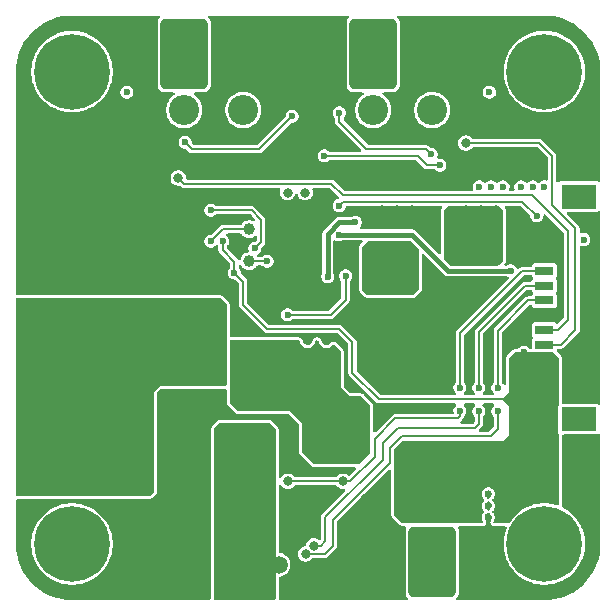
<source format=gbr>
%TF.GenerationSoftware,KiCad,Pcbnew,9.0.2*%
%TF.CreationDate,2025-06-26T01:43:21+01:00*%
%TF.ProjectId,PDB_AURA,5044425f-4155-4524-912e-6b696361645f,rev?*%
%TF.SameCoordinates,Original*%
%TF.FileFunction,Copper,L4,Bot*%
%TF.FilePolarity,Positive*%
%FSLAX46Y46*%
G04 Gerber Fmt 4.6, Leading zero omitted, Abs format (unit mm)*
G04 Created by KiCad (PCBNEW 9.0.2) date 2025-06-26 01:43:21*
%MOMM*%
%LPD*%
G01*
G04 APERTURE LIST*
G04 Aperture macros list*
%AMRoundRect*
0 Rectangle with rounded corners*
0 $1 Rounding radius*
0 $2 $3 $4 $5 $6 $7 $8 $9 X,Y pos of 4 corners*
0 Add a 4 corners polygon primitive as box body*
4,1,4,$2,$3,$4,$5,$6,$7,$8,$9,$2,$3,0*
0 Add four circle primitives for the rounded corners*
1,1,$1+$1,$2,$3*
1,1,$1+$1,$4,$5*
1,1,$1+$1,$6,$7*
1,1,$1+$1,$8,$9*
0 Add four rect primitives between the rounded corners*
20,1,$1+$1,$2,$3,$4,$5,0*
20,1,$1+$1,$4,$5,$6,$7,0*
20,1,$1+$1,$6,$7,$8,$9,0*
20,1,$1+$1,$8,$9,$2,$3,0*%
%AMFreePoly0*
4,1,23,0.500000,-0.750000,0.000000,-0.750000,0.000000,-0.745722,-0.065263,-0.745722,-0.191342,-0.711940,-0.304381,-0.646677,-0.396677,-0.554381,-0.461940,-0.441342,-0.495722,-0.315263,-0.495722,-0.250000,-0.500000,-0.250000,-0.500000,0.250000,-0.495722,0.250000,-0.495722,0.315263,-0.461940,0.441342,-0.396677,0.554381,-0.304381,0.646677,-0.191342,0.711940,-0.065263,0.745722,0.000000,0.745722,
0.000000,0.750000,0.500000,0.750000,0.500000,-0.750000,0.500000,-0.750000,$1*%
%AMFreePoly1*
4,1,23,0.000000,0.745722,0.065263,0.745722,0.191342,0.711940,0.304381,0.646677,0.396677,0.554381,0.461940,0.441342,0.495722,0.315263,0.495722,0.250000,0.500000,0.250000,0.500000,-0.250000,0.495722,-0.250000,0.495722,-0.315263,0.461940,-0.441342,0.396677,-0.554381,0.304381,-0.646677,0.191342,-0.711940,0.065263,-0.745722,0.000000,-0.745722,0.000000,-0.750000,-0.500000,-0.750000,
-0.500000,0.750000,0.000000,0.750000,0.000000,0.745722,0.000000,0.745722,$1*%
G04 Aperture macros list end*
%TA.AperFunction,ComponentPad*%
%ADD10C,2.550000*%
%TD*%
%TA.AperFunction,ComponentPad*%
%ADD11C,1.500000*%
%TD*%
%TA.AperFunction,SMDPad,CuDef*%
%ADD12RoundRect,0.500000X-3.500000X-2.000000X3.500000X-2.000000X3.500000X2.000000X-3.500000X2.000000X0*%
%TD*%
%TA.AperFunction,ComponentPad*%
%ADD13C,0.800000*%
%TD*%
%TA.AperFunction,ComponentPad*%
%ADD14C,6.400000*%
%TD*%
%TA.AperFunction,SMDPad,CuDef*%
%ADD15RoundRect,0.400000X1.600000X-2.600000X1.600000X2.600000X-1.600000X2.600000X-1.600000X-2.600000X0*%
%TD*%
%TA.AperFunction,SMDPad,CuDef*%
%ADD16RoundRect,0.400000X-1.600000X2.600000X-1.600000X-2.600000X1.600000X-2.600000X1.600000X2.600000X0*%
%TD*%
%TA.AperFunction,SMDPad,CuDef*%
%ADD17FreePoly0,0.000000*%
%TD*%
%TA.AperFunction,SMDPad,CuDef*%
%ADD18FreePoly1,0.000000*%
%TD*%
%TA.AperFunction,SMDPad,CuDef*%
%ADD19C,1.000000*%
%TD*%
%TA.AperFunction,SMDPad,CuDef*%
%ADD20R,1.600000X0.800000*%
%TD*%
%TA.AperFunction,SMDPad,CuDef*%
%ADD21R,3.000000X2.100000*%
%TD*%
%TA.AperFunction,ViaPad*%
%ADD22C,0.600000*%
%TD*%
%TA.AperFunction,ViaPad*%
%ADD23C,0.800000*%
%TD*%
%TA.AperFunction,Conductor*%
%ADD24C,0.200000*%
%TD*%
%TA.AperFunction,Conductor*%
%ADD25C,0.400000*%
%TD*%
G04 APERTURE END LIST*
D10*
%TO.P,J300,1,1*%
%TO.N,+BATT_FILT*%
X64500000Y-58250000D03*
%TO.P,J300,2,2*%
%TO.N,/300_Connectors/VBAT_CH1*%
X69500000Y-58250000D03*
D11*
%TO.P,J300,3,3*%
%TO.N,GND*%
X61500000Y-53250000D03*
%TO.P,J300,4,4*%
X72500000Y-53250000D03*
%TD*%
D12*
%TO.P,J102,1,1*%
%TO.N,GND*%
X56000000Y-63750000D03*
%TD*%
D13*
%TO.P,H102,1,1*%
%TO.N,unconnected-(H102-Pad1)_8*%
X92600000Y-55000000D03*
%TO.N,unconnected-(H102-Pad1)_3*%
X93302944Y-53302944D03*
%TO.N,unconnected-(H102-Pad1)_2*%
X93302944Y-56697056D03*
%TO.N,unconnected-(H102-Pad1)_5*%
X95000000Y-52600000D03*
D14*
%TO.N,unconnected-(H102-Pad1)_6*%
X95000000Y-55000000D03*
D13*
%TO.N,unconnected-(H102-Pad1)_4*%
X95000000Y-57400000D03*
%TO.N,unconnected-(H102-Pad1)_7*%
X96697056Y-53302944D03*
%TO.N,unconnected-(H102-Pad1)*%
X96697056Y-56697056D03*
%TO.N,unconnected-(H102-Pad1)_1*%
X97400000Y-55000000D03*
%TD*%
D10*
%TO.P,J100,1,1*%
%TO.N,+BATT*%
X63162000Y-77500000D03*
%TO.P,J100,2,2*%
%TO.N,GND*%
X63162000Y-72500000D03*
D11*
%TO.P,J100,3,3*%
X53162000Y-69500000D03*
%TO.P,J100,4,4*%
%TO.N,+BATT*%
X53162000Y-80500000D03*
%TD*%
D10*
%TO.P,J303,1,1*%
%TO.N,+BATT_FILT*%
X69500000Y-91750000D03*
%TO.P,J303,2,2*%
%TO.N,GND*%
X64500000Y-91750000D03*
D11*
%TO.P,J303,3,3*%
%TO.N,+BATT_FILT*%
X72500000Y-96750000D03*
%TO.P,J303,4,4*%
%TO.N,GND*%
X61500000Y-96750000D03*
%TD*%
D13*
%TO.P,H101,1,1*%
%TO.N,unconnected-(H101-Pad1)_3*%
X52600000Y-55000000D03*
%TO.N,unconnected-(H101-Pad1)_5*%
X53302944Y-53302944D03*
%TO.N,unconnected-(H101-Pad1)_1*%
X53302944Y-56697056D03*
%TO.N,unconnected-(H101-Pad1)*%
X55000000Y-52600000D03*
D14*
%TO.N,unconnected-(H101-Pad1)_7*%
X55000000Y-55000000D03*
D13*
%TO.N,unconnected-(H101-Pad1)_2*%
X55000000Y-57400000D03*
%TO.N,unconnected-(H101-Pad1)_8*%
X56697056Y-53302944D03*
%TO.N,unconnected-(H101-Pad1)_4*%
X56697056Y-56697056D03*
%TO.N,unconnected-(H101-Pad1)_6*%
X57400000Y-55000000D03*
%TD*%
%TO.P,H100,1,1*%
%TO.N,unconnected-(H100-Pad1)_3*%
X92600000Y-95000000D03*
%TO.N,unconnected-(H100-Pad1)_7*%
X93302944Y-93302944D03*
%TO.N,unconnected-(H100-Pad1)_1*%
X93302944Y-96697056D03*
%TO.N,unconnected-(H100-Pad1)_5*%
X95000000Y-92600000D03*
D14*
%TO.N,unconnected-(H100-Pad1)_2*%
X95000000Y-95000000D03*
D13*
%TO.N,unconnected-(H100-Pad1)_6*%
X95000000Y-97400000D03*
%TO.N,unconnected-(H100-Pad1)_8*%
X96697056Y-93302944D03*
%TO.N,unconnected-(H100-Pad1)_4*%
X96697056Y-96697056D03*
%TO.N,unconnected-(H100-Pad1)*%
X97400000Y-95000000D03*
%TD*%
%TO.P,H103,1,1*%
%TO.N,unconnected-(H103-Pad1)_8*%
X52600000Y-95000000D03*
%TO.N,unconnected-(H103-Pad1)_3*%
X53302944Y-93302944D03*
%TO.N,unconnected-(H103-Pad1)_5*%
X53302944Y-96697056D03*
%TO.N,unconnected-(H103-Pad1)_2*%
X55000000Y-92600000D03*
D14*
%TO.N,unconnected-(H103-Pad1)_4*%
X55000000Y-95000000D03*
D13*
%TO.N,unconnected-(H103-Pad1)_6*%
X55000000Y-97400000D03*
%TO.N,unconnected-(H103-Pad1)_1*%
X56697056Y-93302944D03*
%TO.N,unconnected-(H103-Pad1)*%
X56697056Y-96697056D03*
%TO.N,unconnected-(H103-Pad1)_7*%
X57400000Y-95000000D03*
%TD*%
D10*
%TO.P,J304,1,1*%
%TO.N,+5V*%
X85500000Y-91750000D03*
%TO.P,J304,2,2*%
%TO.N,GND*%
X80500000Y-91750000D03*
D11*
%TO.P,J304,3,3*%
X88500000Y-96750000D03*
%TO.P,J304,4,4*%
X77500000Y-96750000D03*
%TD*%
D12*
%TO.P,J101,1,1*%
%TO.N,+BATT*%
X56000000Y-86250000D03*
%TD*%
D10*
%TO.P,J301,1,1*%
%TO.N,+BATT_FILT*%
X80500000Y-58250000D03*
%TO.P,J301,2,2*%
%TO.N,/300_Connectors/VBAT_CH2*%
X85500000Y-58250000D03*
D11*
%TO.P,J301,3,3*%
%TO.N,GND*%
X77500000Y-53250000D03*
%TO.P,J301,4,4*%
X88500000Y-53250000D03*
%TD*%
D15*
%TO.P,J312,1,1*%
%TO.N,GND*%
X64500000Y-96500000D03*
%TD*%
D16*
%TO.P,J307,1,1*%
%TO.N,+BATT_FILT*%
X80500000Y-53500000D03*
%TD*%
D15*
%TO.P,J306,1,1*%
%TO.N,GND*%
X69500000Y-53500000D03*
%TD*%
D17*
%TO.P,JP100,1,A*%
%TO.N,+BATT*%
X67600000Y-79000000D03*
D18*
%TO.P,JP100,2,B*%
%TO.N,INA_IN+*%
X68900000Y-79000000D03*
%TD*%
D16*
%TO.P,J308,1,1*%
%TO.N,GND*%
X85500000Y-53500000D03*
%TD*%
D15*
%TO.P,J309,1,1*%
%TO.N,+BATT_FILT*%
X85500000Y-96500000D03*
%TD*%
D19*
%TO.P,TP203,1,1*%
%TO.N,/200_Buck_Regulator/5V_SYNCOUT*%
X70000000Y-71050000D03*
%TD*%
D15*
%TO.P,J310,1,1*%
%TO.N,GND*%
X80500000Y-96500000D03*
%TD*%
D20*
%TO.P,J302,1,1*%
%TO.N,GND*%
X95008000Y-68125000D03*
%TO.P,J302,2,2*%
X95008000Y-69375000D03*
%TO.P,J302,3,3*%
X95008000Y-70625000D03*
%TO.P,J302,4,4*%
%TO.N,+3V3*%
X95008000Y-71875000D03*
%TO.P,J302,5,5*%
%TO.N,SDA*%
X95008000Y-73125000D03*
%TO.P,J302,6,6*%
%TO.N,SCL*%
X95008000Y-74375000D03*
%TO.P,J302,7,7*%
%TO.N,GND*%
X95008000Y-75625000D03*
%TO.P,J302,8,8*%
%TO.N,MSFT_1*%
X95008000Y-76875000D03*
%TO.P,J302,9,9*%
%TO.N,MSFT_2*%
X95008000Y-78125000D03*
%TO.P,J302,10,10*%
%TO.N,+5V*%
X95008000Y-79375000D03*
%TO.P,J302,11,11*%
X95008000Y-80625000D03*
%TO.P,J302,12,12*%
X95008000Y-81875000D03*
D21*
%TO.P,J302,13*%
%TO.N,N/C*%
X97908000Y-65575000D03*
%TO.P,J302,14*%
X97908000Y-84425000D03*
%TD*%
D19*
%TO.P,TP201,1,1*%
%TO.N,/200_Buck_Regulator/5V_FB*%
X70000000Y-68350000D03*
%TD*%
D15*
%TO.P,J305,1,1*%
%TO.N,+BATT_FILT*%
X64500000Y-53500000D03*
%TD*%
%TO.P,J311,1,1*%
%TO.N,+BATT_FILT*%
X69500000Y-96500000D03*
%TD*%
D22*
%TO.N,GND*%
X84000000Y-53500000D03*
X52750000Y-72750000D03*
X66000000Y-98750000D03*
X68750000Y-55750000D03*
X79000000Y-97250000D03*
X79000000Y-94250000D03*
X82000000Y-94250000D03*
D23*
X56000000Y-63000000D03*
D22*
X90250000Y-95250000D03*
X63750000Y-98750000D03*
X68000000Y-52750000D03*
X82000000Y-97250000D03*
X66750000Y-65750000D03*
X63750000Y-94250000D03*
X57750000Y-67750000D03*
X69988637Y-67350062D03*
X82000000Y-98750000D03*
X84750000Y-51250000D03*
X68000000Y-54250000D03*
X65250000Y-72750000D03*
X81250000Y-97250000D03*
D23*
X76550000Y-77750000D03*
D22*
X86250000Y-52000000D03*
X85500000Y-55750000D03*
X81250000Y-95750000D03*
X91500000Y-60250000D03*
X63750000Y-96500000D03*
X80500000Y-95750000D03*
X70250000Y-51250000D03*
X95000000Y-60250000D03*
X57750000Y-70250000D03*
X60250000Y-70250000D03*
X90249997Y-81750000D03*
X81250000Y-98750000D03*
X63000000Y-97250000D03*
X65250000Y-97250000D03*
X89500000Y-60250000D03*
X82000000Y-95750000D03*
X63000000Y-95750000D03*
X68000000Y-53500000D03*
X90250000Y-92750000D03*
X76720000Y-91500000D03*
X62750000Y-67750000D03*
X68750000Y-52750000D03*
X81250000Y-94250000D03*
X90250003Y-83750000D03*
X60250000Y-60250000D03*
X52750000Y-60250000D03*
X94000000Y-60250000D03*
X66000000Y-97250000D03*
X76700000Y-73150000D03*
X84000000Y-52000000D03*
X84000000Y-55750000D03*
X80500000Y-97250000D03*
X90250000Y-55250000D03*
X85500000Y-54250000D03*
D23*
X58500000Y-61750000D03*
D22*
X87000000Y-53500000D03*
X84750000Y-54250000D03*
X79000000Y-95000000D03*
X67750000Y-72050000D03*
X75250000Y-55250000D03*
D23*
X56000000Y-61750000D03*
D22*
X80500000Y-94250000D03*
X90250000Y-52750000D03*
X60250000Y-95250000D03*
X68750000Y-51250000D03*
X84750000Y-55000000D03*
D23*
X56000000Y-65500000D03*
D22*
X79750000Y-94250000D03*
X79750000Y-97250000D03*
X65250000Y-96500000D03*
X57750000Y-72750000D03*
X86250000Y-51250000D03*
X60250000Y-55250000D03*
X84750000Y-55750000D03*
X79000000Y-98750000D03*
X64500000Y-94250000D03*
X71000000Y-55000000D03*
X87000000Y-55750000D03*
X97750000Y-78750000D03*
D23*
X58500000Y-63000000D03*
D22*
X87000000Y-52000000D03*
X80500000Y-98750000D03*
X65250000Y-95750000D03*
D23*
X57250000Y-63000000D03*
D22*
X79750000Y-95750000D03*
X86250000Y-54250000D03*
X97510000Y-61240000D03*
X60250000Y-97750000D03*
X90250000Y-91750000D03*
X97750000Y-57750000D03*
X79750000Y-96500000D03*
X81250000Y-95000000D03*
D23*
X74000000Y-69750000D03*
D22*
X79000000Y-95750000D03*
D23*
X53500000Y-64250000D03*
D22*
X84000000Y-52750000D03*
X71000000Y-55750000D03*
X60250000Y-67750000D03*
X81750000Y-83750000D03*
X66000000Y-94250000D03*
X71000000Y-52750000D03*
X77750000Y-55250000D03*
D23*
X54750000Y-64250000D03*
D22*
X55250000Y-67750000D03*
X64500000Y-95750000D03*
X66000000Y-95750000D03*
X86250000Y-55750000D03*
X97750000Y-90250000D03*
D23*
X76670000Y-66290000D03*
D22*
X70250000Y-53500000D03*
X65250000Y-95000000D03*
X81250000Y-98000000D03*
X73625000Y-62150000D03*
X63750000Y-98000000D03*
X63000000Y-96500000D03*
D23*
X53500000Y-65500000D03*
D22*
X97750000Y-60250000D03*
X87000000Y-52750000D03*
X68750000Y-52000000D03*
X90250000Y-97750000D03*
X84000000Y-55000000D03*
X64500000Y-98750000D03*
X80500000Y-95000000D03*
X69500000Y-52750000D03*
X66000000Y-95000000D03*
X65250000Y-98750000D03*
X74070000Y-74733465D03*
X72750000Y-55250000D03*
X63000000Y-98750000D03*
X55250000Y-70250000D03*
D23*
X58500000Y-64250000D03*
D22*
X68750735Y-72899265D03*
D23*
X58500000Y-65500000D03*
D22*
X71000000Y-54250000D03*
D23*
X54750000Y-61750000D03*
D22*
X88070000Y-62010000D03*
X88649997Y-83750000D03*
D23*
X56000000Y-64250000D03*
D22*
X68000000Y-51250000D03*
X68750000Y-54250000D03*
X88649991Y-81750000D03*
X85250000Y-80250000D03*
X60250000Y-72750000D03*
X79750000Y-98750000D03*
X80500000Y-98000000D03*
X93430000Y-68420000D03*
X57750000Y-60250000D03*
D23*
X53500000Y-61750000D03*
D22*
X77750000Y-95250000D03*
X63000000Y-98000000D03*
X84750000Y-52750000D03*
X84000000Y-54250000D03*
X86250000Y-53500000D03*
X69500000Y-52000000D03*
D23*
X54750000Y-65500000D03*
D22*
X63750000Y-95000000D03*
X69500000Y-53500000D03*
X69500000Y-54250000D03*
X55250000Y-72750000D03*
X88070000Y-63000000D03*
X68000000Y-55750000D03*
X65250000Y-98000000D03*
X63750000Y-97250000D03*
X81250000Y-96500000D03*
X76375000Y-58500000D03*
X61930000Y-62990000D03*
D23*
X85354768Y-63680777D03*
D22*
X69500000Y-55750000D03*
X85500000Y-53500000D03*
D23*
X57250000Y-61750000D03*
D22*
X70250000Y-52750000D03*
X85500000Y-52750000D03*
X87000000Y-51250000D03*
X79750000Y-98000000D03*
X82000000Y-98000000D03*
D23*
X82560000Y-66750000D03*
D22*
X80500000Y-96500000D03*
X63000000Y-95000000D03*
X82000000Y-95000000D03*
X78500000Y-71250000D03*
D23*
X74000000Y-71250000D03*
D22*
X85500000Y-51250000D03*
X70250000Y-54250000D03*
X86250000Y-55000000D03*
X97750000Y-80750000D03*
X90250000Y-90750000D03*
X79000000Y-98000000D03*
X75250000Y-52750000D03*
X69500000Y-55000000D03*
X97750000Y-79750000D03*
X62750000Y-92750000D03*
D23*
X57250000Y-65500000D03*
D22*
X72350000Y-72950000D03*
X71000000Y-51250000D03*
X69500000Y-51250000D03*
X93000000Y-60250000D03*
X68000000Y-55000000D03*
X84750000Y-52000000D03*
D23*
X69360000Y-63680000D03*
D22*
X97750000Y-87750000D03*
X93420000Y-70420000D03*
X75430000Y-91520000D03*
X64500000Y-97250000D03*
D23*
X83830000Y-66750000D03*
D22*
X55250000Y-60250000D03*
D23*
X53500000Y-63000000D03*
X54750000Y-63000000D03*
D22*
X70250000Y-52000000D03*
X96250000Y-61240000D03*
X97750000Y-82250000D03*
X65750000Y-66750000D03*
X71000000Y-52000000D03*
X63520000Y-85950000D03*
X82000000Y-96500000D03*
X69350000Y-69518329D03*
X90500000Y-60250000D03*
X87000000Y-54250000D03*
X82750000Y-80250000D03*
D23*
X74950000Y-77750000D03*
D22*
X71000000Y-53500000D03*
X64500000Y-95000000D03*
X63750000Y-95750000D03*
X87000000Y-55000000D03*
X70250000Y-55750000D03*
X85500000Y-55000000D03*
X64500000Y-98000000D03*
X66000000Y-96500000D03*
X64500000Y-96500000D03*
X68000000Y-52000000D03*
X61930000Y-62010000D03*
X62750000Y-90550000D03*
X84750000Y-53500000D03*
X68750000Y-55000000D03*
X84000000Y-51250000D03*
X65250000Y-94250000D03*
X62750000Y-70250000D03*
X52750000Y-67750000D03*
X86250000Y-52750000D03*
D23*
X71400000Y-66240000D03*
D22*
X68750000Y-53500000D03*
X79000000Y-96500000D03*
D23*
X81290000Y-66750000D03*
X57250000Y-64250000D03*
D22*
X70250000Y-55000000D03*
X60250000Y-52750000D03*
X66000000Y-98000000D03*
X79750000Y-95000000D03*
X80250000Y-77750000D03*
X63000000Y-94250000D03*
X85500000Y-52000000D03*
X60250000Y-92750000D03*
%TO.N,+5V*%
X93250000Y-80750000D03*
X92750000Y-90250000D03*
X88750000Y-90750000D03*
X93250000Y-84250000D03*
X77640000Y-66340000D03*
X93250000Y-83250000D03*
X93250000Y-78750000D03*
X92750000Y-85250000D03*
X88750000Y-91750000D03*
X92750000Y-87750000D03*
X90250000Y-87750000D03*
X94370000Y-67224998D03*
X93250000Y-79750000D03*
X82750000Y-90250000D03*
X88750000Y-92750000D03*
X93250000Y-82250000D03*
X67750000Y-69350000D03*
X68750000Y-72050000D03*
D23*
%TO.N,/200_Buck_Regulator/5V_SW*%
X83500000Y-71250000D03*
X80250000Y-71250000D03*
X83500000Y-70000000D03*
X83500000Y-72500000D03*
X80250000Y-70000000D03*
X82000000Y-71250000D03*
X80250000Y-72500000D03*
X82000000Y-72500000D03*
X82000000Y-70000000D03*
D22*
%TO.N,/200_Buck_Regulator/COMP_FB_C*%
X70492220Y-69967739D03*
X66760000Y-66730000D03*
%TO.N,/200_Buck_Regulator/5V_FB*%
X66750000Y-69350000D03*
%TO.N,+BATT*%
X60250000Y-77750000D03*
X60250000Y-75250000D03*
X52750000Y-90250000D03*
D23*
X57250000Y-84250000D03*
D22*
X65250000Y-80250000D03*
D23*
X58500000Y-85500000D03*
D22*
X55250000Y-77750000D03*
X60250000Y-90250000D03*
D23*
X57250000Y-88000000D03*
D22*
X57750000Y-75250000D03*
D23*
X57250000Y-85500000D03*
X54750000Y-88000000D03*
D22*
X55250000Y-75250000D03*
D23*
X56000000Y-84250000D03*
D22*
X67750000Y-77750000D03*
D23*
X56000000Y-86750000D03*
X58500000Y-86750000D03*
X53500000Y-88000000D03*
D22*
X55250000Y-82750000D03*
D23*
X58500000Y-84250000D03*
X53500000Y-84250000D03*
D22*
X52750000Y-75250000D03*
D23*
X53500000Y-86750000D03*
D22*
X65250000Y-75250000D03*
D23*
X54750000Y-84250000D03*
X56000000Y-85500000D03*
D22*
X57750000Y-90250000D03*
D23*
X54750000Y-86750000D03*
D22*
X57750000Y-82750000D03*
X55250000Y-80250000D03*
X52750000Y-77750000D03*
X65250000Y-77750000D03*
X60250000Y-82750000D03*
X57750000Y-80250000D03*
D23*
X58500000Y-88000000D03*
D22*
X62750000Y-80250000D03*
X60250000Y-80250000D03*
X55250000Y-90250000D03*
X62750000Y-75250000D03*
D23*
X54750000Y-85500000D03*
X57250000Y-86750000D03*
D22*
X57750000Y-77750000D03*
D23*
X53500000Y-85500000D03*
X56000000Y-88000000D03*
D22*
X52750000Y-82750000D03*
D23*
%TO.N,MSFT_1*%
X64000000Y-64000000D03*
%TO.N,MSFT_2*%
X88350000Y-61050000D03*
D22*
%TO.N,+3V3*%
X87849988Y-81750000D03*
D23*
X77980000Y-89680000D03*
X73280000Y-89680000D03*
D22*
X87850470Y-83722430D03*
%TO.N,INA_IN+*%
X78750000Y-86250000D03*
X75750000Y-82250000D03*
X77750000Y-87250000D03*
X75750000Y-84250000D03*
X75750000Y-83250000D03*
X77750000Y-83250000D03*
X76750000Y-84250000D03*
X79750000Y-87250000D03*
X77750000Y-85250000D03*
X74750000Y-82250000D03*
X74750000Y-83250000D03*
X73750000Y-82250000D03*
D23*
X71750000Y-82000000D03*
X76500000Y-79250000D03*
X71750000Y-80500000D03*
X70500000Y-79000000D03*
X70500000Y-80500000D03*
D22*
X73750000Y-81250000D03*
D23*
X75000000Y-79250000D03*
D22*
X74750000Y-81250000D03*
X79750000Y-85250000D03*
D23*
X69250000Y-82000000D03*
D22*
X77750000Y-86250000D03*
X76750000Y-82250000D03*
D23*
X70500000Y-82000000D03*
D22*
X79750000Y-86250000D03*
X78750000Y-87250000D03*
D23*
X69250000Y-80500000D03*
D22*
X79750000Y-84250000D03*
X77750000Y-84250000D03*
X78750000Y-85250000D03*
X76750000Y-83250000D03*
X73750000Y-83250000D03*
X78750000Y-84250000D03*
X78750000Y-83250000D03*
X75750000Y-81250000D03*
X76750000Y-81250000D03*
D23*
X71750000Y-79000000D03*
%TO.N,SCL*%
X74780000Y-95850000D03*
D22*
X91050006Y-83750000D03*
X91050000Y-81750000D03*
D23*
%TO.N,SDA*%
X75480025Y-95130025D03*
D22*
X89449994Y-81750000D03*
X89450000Y-83750000D03*
%TO.N,+5V_VCC*%
X73250000Y-75600000D03*
X78170000Y-72302622D03*
%TO.N,/200_Buck_Regulator/5V_HO*%
X77572353Y-68817598D03*
X92140000Y-71860000D03*
%TO.N,/200_Buck_Regulator/5V_LO*%
X76652861Y-72351391D03*
X79000000Y-67754000D03*
%TO.N,/300_Connectors/VGS_CH1*%
X64580000Y-60990000D03*
X73640000Y-58790000D03*
%TO.N,/300_Connectors/MSFT_2_R*%
X77640000Y-58500000D03*
X85410000Y-62010000D03*
%TO.N,/300_Connectors/VGS_CH2*%
X76360000Y-62130000D03*
X86160000Y-62910000D03*
%TO.N,/200_Buck_Regulator/5V_SYNCOUT*%
X71526740Y-71056439D03*
%TO.N,+BATT_FILT*%
X81250000Y-52000000D03*
X79750000Y-53500000D03*
X64500000Y-52000000D03*
X90500000Y-64750000D03*
X80500000Y-55000000D03*
X79750000Y-55750000D03*
X69500000Y-95000000D03*
X65250000Y-53500000D03*
X84000000Y-97250000D03*
X87000000Y-95750000D03*
X80500000Y-53500000D03*
X59650000Y-56750000D03*
X81250000Y-53500000D03*
X85500000Y-94250000D03*
X82000000Y-55000000D03*
X69500000Y-94250000D03*
D23*
X88350000Y-66700000D03*
X89650000Y-66700000D03*
D22*
X84750000Y-95750000D03*
X63000000Y-52000000D03*
D23*
X89000000Y-70750000D03*
X87500000Y-68250000D03*
D22*
X68000000Y-98750000D03*
X67750000Y-92000000D03*
X79000000Y-52000000D03*
X87000000Y-98000000D03*
X85500000Y-97250000D03*
X68000000Y-97250000D03*
X69000000Y-85500000D03*
X93000000Y-64750000D03*
X80500000Y-52750000D03*
X63000000Y-53500000D03*
X71000000Y-95750000D03*
X64500000Y-53500000D03*
X67750000Y-90000000D03*
X68000000Y-98000000D03*
X79750000Y-52750000D03*
X64500000Y-52750000D03*
X70250000Y-94250000D03*
X66000000Y-53500000D03*
X84000000Y-95750000D03*
X82000000Y-52750000D03*
X84000000Y-94250000D03*
X63000000Y-55750000D03*
X86250000Y-97250000D03*
X79000000Y-55000000D03*
X63750000Y-52750000D03*
X91500000Y-64750000D03*
X69500000Y-95750000D03*
X68750000Y-98000000D03*
X66000000Y-55000000D03*
D23*
X89000000Y-68250000D03*
D22*
X70250000Y-97250000D03*
X63750000Y-52000000D03*
X70250000Y-96500000D03*
X85500000Y-98000000D03*
X80500000Y-52000000D03*
X71000000Y-96500000D03*
X68750000Y-94250000D03*
X94000000Y-64750000D03*
X85500000Y-95750000D03*
X63750000Y-54250000D03*
X84750000Y-95000000D03*
X68750000Y-96500000D03*
X85500000Y-95000000D03*
X63750000Y-53500000D03*
X68750000Y-95750000D03*
X86250000Y-98750000D03*
D23*
X90500000Y-70750000D03*
D22*
X82000000Y-53500000D03*
X86250000Y-98000000D03*
X66000000Y-55750000D03*
X71500000Y-90000000D03*
X87000000Y-98750000D03*
X87000000Y-97250000D03*
X84000000Y-98000000D03*
X82000000Y-51250000D03*
D23*
X90500000Y-68250000D03*
D22*
X80500000Y-55750000D03*
X81250000Y-51250000D03*
X63750000Y-55750000D03*
X79000000Y-54250000D03*
X70250000Y-98000000D03*
X80500000Y-54250000D03*
X81250000Y-55750000D03*
X65250000Y-55000000D03*
X79000000Y-51250000D03*
X71000000Y-98000000D03*
X79750000Y-54250000D03*
X65250000Y-52000000D03*
X67750000Y-91000000D03*
X63000000Y-52750000D03*
X98340000Y-69220000D03*
X66000000Y-52750000D03*
X71000000Y-98750000D03*
X68000000Y-96500000D03*
X68750000Y-97250000D03*
D23*
X74750000Y-65250000D03*
D22*
X68750000Y-95000000D03*
X79000000Y-52750000D03*
X66000000Y-52000000D03*
X63000000Y-55000000D03*
X81250000Y-52750000D03*
X86250000Y-95750000D03*
X71000000Y-97250000D03*
D23*
X90900000Y-66700000D03*
D22*
X87000000Y-96500000D03*
X90350000Y-56750000D03*
X84000000Y-98750000D03*
X63750000Y-55000000D03*
X80500000Y-51250000D03*
X68750000Y-98750000D03*
X66000000Y-51250000D03*
X69500000Y-98750000D03*
X69000000Y-87750000D03*
X64500000Y-54250000D03*
X63750000Y-51250000D03*
X67750000Y-93000000D03*
X70250000Y-98750000D03*
X64500000Y-51250000D03*
X85500000Y-98750000D03*
X95000000Y-64750000D03*
X82000000Y-55750000D03*
X69000000Y-90000000D03*
X84750000Y-96500000D03*
X71500000Y-92000000D03*
X79750000Y-52000000D03*
X63000000Y-54250000D03*
X66000000Y-54250000D03*
X82000000Y-54250000D03*
X81250000Y-54250000D03*
X68000000Y-95750000D03*
X71000000Y-94250000D03*
X81250000Y-55000000D03*
D23*
X87500000Y-69500000D03*
X87500000Y-70750000D03*
D22*
X64500000Y-55000000D03*
X82000000Y-52000000D03*
X70250000Y-95000000D03*
X69500000Y-96500000D03*
X68000000Y-95000000D03*
X64500000Y-55750000D03*
X69000000Y-88750000D03*
X84000000Y-96500000D03*
X69000000Y-86750000D03*
X86250000Y-96500000D03*
X65250000Y-51250000D03*
X86250000Y-95000000D03*
X87000000Y-94250000D03*
X87000000Y-95000000D03*
X71500000Y-93000000D03*
X79000000Y-53500000D03*
X86250000Y-94250000D03*
X65250000Y-55750000D03*
X89500000Y-64750000D03*
X68000000Y-94250000D03*
X63000000Y-51250000D03*
X85500000Y-96500000D03*
X79000000Y-55750000D03*
X65250000Y-52750000D03*
X70250000Y-95750000D03*
X79750000Y-51250000D03*
X84750000Y-94250000D03*
X84750000Y-98000000D03*
X84750000Y-98750000D03*
D23*
X90500000Y-69500000D03*
D22*
X79750000Y-55000000D03*
X71500000Y-91000000D03*
X65250000Y-54250000D03*
D23*
X89000000Y-69500000D03*
D22*
X84000000Y-95000000D03*
X69500000Y-97250000D03*
X70250000Y-88750000D03*
X84750000Y-97250000D03*
X69500000Y-98000000D03*
X71000000Y-95000000D03*
D23*
X73250000Y-65250000D03*
D22*
X70250000Y-90000000D03*
%TD*%
D24*
%TO.N,+5V*%
X68750000Y-71100000D02*
X68750000Y-72050000D01*
X69500000Y-74750000D02*
X69500000Y-72800000D01*
X78750000Y-77900000D02*
X77650000Y-76800000D01*
X67750000Y-70100000D02*
X68750000Y-71100000D01*
X78750000Y-80500000D02*
X78750000Y-77900000D01*
X93144002Y-65999000D02*
X77981000Y-65999000D01*
X77650000Y-76800000D02*
X71550000Y-76800000D01*
X67750000Y-69350000D02*
X67750000Y-70100000D01*
X81000000Y-82750000D02*
X78750000Y-80500000D01*
X71550000Y-76800000D02*
X69500000Y-74750000D01*
X94370000Y-67224998D02*
X93144002Y-65999000D01*
X92000000Y-82750000D02*
X81000000Y-82750000D01*
X77981000Y-65999000D02*
X77640000Y-66340000D01*
X69500000Y-72800000D02*
X68750000Y-72050000D01*
%TO.N,/200_Buck_Regulator/COMP_FB_C*%
X71020000Y-67531482D02*
X70218518Y-66730000D01*
X70492220Y-69967739D02*
X71020000Y-69439959D01*
X71020000Y-69439959D02*
X71020000Y-67531482D01*
X70218518Y-66730000D02*
X66760000Y-66730000D01*
%TO.N,/200_Buck_Regulator/5V_FB*%
X70000000Y-68350000D02*
X67750000Y-68350000D01*
X67750000Y-68350000D02*
X66750000Y-69350000D01*
%TO.N,MSFT_1*%
X95008000Y-76875000D02*
X96125000Y-76875000D01*
X97000000Y-76000000D02*
X97000000Y-68490000D01*
X93960000Y-65450000D02*
X77910000Y-65450000D01*
X76960000Y-64500000D02*
X64500000Y-64500000D01*
X64500000Y-64500000D02*
X64000000Y-64000000D01*
X77910000Y-65450000D02*
X76960000Y-64500000D01*
X97000000Y-68490000D02*
X93960000Y-65450000D01*
X96125000Y-76875000D02*
X97000000Y-76000000D01*
%TO.N,MSFT_2*%
X97630000Y-68280000D02*
X95670000Y-66320000D01*
X95670000Y-66320000D02*
X95670000Y-62160000D01*
X97630000Y-76870000D02*
X97630000Y-68280000D01*
X94560000Y-61050000D02*
X88350000Y-61050000D01*
X96375000Y-78125000D02*
X97630000Y-76870000D01*
X95670000Y-62160000D02*
X94560000Y-61050000D01*
X95008000Y-78125000D02*
X96375000Y-78125000D01*
%TO.N,+3V3*%
X82370000Y-84350000D02*
X80620000Y-86100000D01*
X80620000Y-87640000D02*
X78580000Y-89680000D01*
X77980000Y-89680000D02*
X73280000Y-89680000D01*
X87850154Y-84149846D02*
X87650000Y-84350000D01*
X87849988Y-77150012D02*
X87849988Y-81750000D01*
X87650000Y-84350000D02*
X82370000Y-84350000D01*
X80620000Y-86100000D02*
X80620000Y-87640000D01*
X95008000Y-71875000D02*
X93125000Y-71875000D01*
X87850470Y-83722430D02*
X87850154Y-83722746D01*
X93125000Y-71875000D02*
X87849988Y-77150012D01*
X87850154Y-83722746D02*
X87850154Y-84149846D01*
X78580000Y-89680000D02*
X77980000Y-89680000D01*
%TO.N,SCL*%
X91050000Y-81750000D02*
X91050000Y-76950000D01*
X81890000Y-86870000D02*
X81890000Y-88131199D01*
X77060000Y-92961199D02*
X77060000Y-95180000D01*
X81890000Y-88131199D02*
X77060000Y-92961199D01*
X91050006Y-85234994D02*
X90445000Y-85840000D01*
X76390000Y-95850000D02*
X74780000Y-95850000D01*
X77060000Y-95180000D02*
X76390000Y-95850000D01*
X90445000Y-85840000D02*
X82920000Y-85840000D01*
X82920000Y-85840000D02*
X81890000Y-86870000D01*
X93625000Y-74375000D02*
X95008000Y-74375000D01*
X91050000Y-76950000D02*
X93625000Y-74375000D01*
X91050006Y-83750000D02*
X91050006Y-85234994D01*
%TO.N,SDA*%
X76450000Y-92700000D02*
X81300000Y-87850000D01*
X89110000Y-85150000D02*
X89450000Y-84810000D01*
X81300000Y-86440000D02*
X82590000Y-85150000D01*
X89449994Y-81750000D02*
X89449994Y-77050006D01*
X76450000Y-94780000D02*
X76450000Y-92700000D01*
X82590000Y-85150000D02*
X89110000Y-85150000D01*
X89449994Y-77050006D02*
X93375000Y-73125000D01*
X81300000Y-87850000D02*
X81300000Y-86440000D01*
X76099975Y-95130025D02*
X76450000Y-94780000D01*
X75480025Y-95130025D02*
X76099975Y-95130025D01*
X93375000Y-73125000D02*
X95008000Y-73125000D01*
X89450000Y-84810000D02*
X89450000Y-83750000D01*
%TO.N,+5V_VCC*%
X76900000Y-75600000D02*
X73250000Y-75600000D01*
X78170000Y-74330000D02*
X76900000Y-75600000D01*
X78170000Y-72302622D02*
X78170000Y-74330000D01*
D25*
%TO.N,/200_Buck_Regulator/5V_HO*%
X86870000Y-71870000D02*
X92130000Y-71870000D01*
X83800000Y-68800000D02*
X86870000Y-71870000D01*
X77589950Y-68800000D02*
X83800000Y-68800000D01*
X92130000Y-71870000D02*
X92140000Y-71860000D01*
X77572353Y-68817598D02*
X77589950Y-68800000D01*
%TO.N,/200_Buck_Regulator/5V_LO*%
X76652861Y-68747139D02*
X76652861Y-72351391D01*
X77646000Y-67754000D02*
X76652861Y-68747139D01*
X79000000Y-67754000D02*
X77646000Y-67754000D01*
D24*
%TO.N,/300_Connectors/VGS_CH1*%
X70860000Y-61570000D02*
X73640000Y-58790000D01*
X64580000Y-60990000D02*
X65160000Y-61570000D01*
X65160000Y-61570000D02*
X70860000Y-61570000D01*
%TO.N,/300_Connectors/MSFT_2_R*%
X79920000Y-61540000D02*
X77640000Y-59260000D01*
X77640000Y-59260000D02*
X77640000Y-58500000D01*
X84940000Y-61540000D02*
X79920000Y-61540000D01*
X85410000Y-62010000D02*
X84940000Y-61540000D01*
%TO.N,/300_Connectors/VGS_CH2*%
X84920000Y-62780000D02*
X85050000Y-62910000D01*
X85050000Y-62910000D02*
X86160000Y-62910000D01*
X84270000Y-62130000D02*
X84920000Y-62780000D01*
X76360000Y-62130000D02*
X84270000Y-62130000D01*
%TO.N,/200_Buck_Regulator/5V_SYNCOUT*%
X71526740Y-71056439D02*
X70006439Y-71056439D01*
X70006439Y-71056439D02*
X70000000Y-71050000D01*
%TD*%
%TA.AperFunction,Conductor*%
%TO.N,GND*%
G36*
X68037539Y-81875185D02*
G01*
X68083294Y-81927989D01*
X68094500Y-81979500D01*
X68094500Y-82948639D01*
X68095963Y-82975934D01*
X68095967Y-82975988D01*
X68098797Y-83002310D01*
X68098798Y-83002312D01*
X68128586Y-83097441D01*
X68128590Y-83097451D01*
X68162068Y-83158761D01*
X68162073Y-83158769D01*
X68205649Y-83216980D01*
X68205665Y-83216998D01*
X68638623Y-83649955D01*
X68883015Y-83894347D01*
X68903365Y-83912626D01*
X68903371Y-83912631D01*
X68903379Y-83912638D01*
X68924000Y-83929255D01*
X68924002Y-83929256D01*
X68924007Y-83929260D01*
X69012338Y-83975465D01*
X69079377Y-83995150D01*
X69079381Y-83995150D01*
X69079383Y-83995151D01*
X69091014Y-83996823D01*
X69151362Y-84005500D01*
X73342806Y-84005500D01*
X73409845Y-84025185D01*
X73430487Y-84041819D01*
X74208181Y-84819513D01*
X74241666Y-84880836D01*
X74244500Y-84907194D01*
X74244500Y-87198639D01*
X74245963Y-87225934D01*
X74245967Y-87225988D01*
X74248797Y-87252310D01*
X74248798Y-87252312D01*
X74278586Y-87347441D01*
X74278590Y-87347451D01*
X74312068Y-87408761D01*
X74312073Y-87408769D01*
X74355649Y-87466980D01*
X74355665Y-87466998D01*
X75283001Y-88394333D01*
X75283015Y-88394347D01*
X75303365Y-88412626D01*
X75303371Y-88412631D01*
X75303379Y-88412638D01*
X75324000Y-88429255D01*
X75324002Y-88429256D01*
X75324007Y-88429260D01*
X75412338Y-88475465D01*
X75479377Y-88495150D01*
X75479381Y-88495150D01*
X75479383Y-88495151D01*
X75487201Y-88496275D01*
X75551362Y-88505500D01*
X75551363Y-88505500D01*
X78959455Y-88505500D01*
X79026494Y-88525185D01*
X79072249Y-88577989D01*
X79082193Y-88647147D01*
X79053168Y-88710703D01*
X79047136Y-88717181D01*
X78579812Y-89184504D01*
X78518489Y-89217989D01*
X78448797Y-89213005D01*
X78404450Y-89184504D01*
X78394672Y-89174726D01*
X78394668Y-89174723D01*
X78288133Y-89103538D01*
X78288124Y-89103533D01*
X78169744Y-89054499D01*
X78169738Y-89054497D01*
X78044071Y-89029500D01*
X78044069Y-89029500D01*
X77915931Y-89029500D01*
X77915929Y-89029500D01*
X77790261Y-89054497D01*
X77790255Y-89054499D01*
X77671875Y-89103533D01*
X77671866Y-89103538D01*
X77565331Y-89174723D01*
X77565327Y-89174726D01*
X77474723Y-89265330D01*
X77468670Y-89274391D01*
X77415058Y-89319196D01*
X77365568Y-89329500D01*
X73894432Y-89329500D01*
X73827393Y-89309815D01*
X73791330Y-89274391D01*
X73785276Y-89265330D01*
X73694672Y-89174726D01*
X73694668Y-89174723D01*
X73588133Y-89103538D01*
X73588124Y-89103533D01*
X73469744Y-89054499D01*
X73469738Y-89054497D01*
X73344071Y-89029500D01*
X73344069Y-89029500D01*
X73215931Y-89029500D01*
X73215929Y-89029500D01*
X73090261Y-89054497D01*
X73090255Y-89054499D01*
X72971875Y-89103533D01*
X72971866Y-89103538D01*
X72865331Y-89174723D01*
X72865327Y-89174726D01*
X72774726Y-89265327D01*
X72774723Y-89265331D01*
X72732602Y-89328370D01*
X72678990Y-89373175D01*
X72609665Y-89381882D01*
X72546637Y-89351727D01*
X72509918Y-89292284D01*
X72505500Y-89259479D01*
X72505500Y-85301360D01*
X72504585Y-85284297D01*
X72504036Y-85274048D01*
X72501202Y-85247690D01*
X72471413Y-85152556D01*
X72445712Y-85105489D01*
X72437931Y-85091238D01*
X72437926Y-85091230D01*
X72394350Y-85033019D01*
X72394349Y-85033018D01*
X72394347Y-85033015D01*
X72394342Y-85033010D01*
X72394334Y-85033001D01*
X71966998Y-84605666D01*
X71966997Y-84605665D01*
X71966985Y-84605653D01*
X71946635Y-84587374D01*
X71946629Y-84587369D01*
X71946620Y-84587361D01*
X71925999Y-84570744D01*
X71925996Y-84570742D01*
X71925993Y-84570740D01*
X71837662Y-84524535D01*
X71837659Y-84524534D01*
X71770624Y-84504850D01*
X71770616Y-84504848D01*
X71698639Y-84494500D01*
X71698638Y-84494500D01*
X67551362Y-84494500D01*
X67551361Y-84494500D01*
X67524065Y-84495963D01*
X67524060Y-84495963D01*
X67524048Y-84495964D01*
X67524040Y-84495964D01*
X67524011Y-84495967D01*
X67497689Y-84498797D01*
X67497687Y-84498798D01*
X67402558Y-84528586D01*
X67402548Y-84528590D01*
X67341238Y-84562068D01*
X67341230Y-84562073D01*
X67283019Y-84605649D01*
X67283001Y-84605665D01*
X66855666Y-85033001D01*
X66855638Y-85033031D01*
X66837361Y-85053379D01*
X66820744Y-85074000D01*
X66820740Y-85074005D01*
X66820740Y-85074007D01*
X66779656Y-85152548D01*
X66774534Y-85162340D01*
X66754850Y-85229375D01*
X66754848Y-85229383D01*
X66744500Y-85301360D01*
X66744500Y-99625500D01*
X66724815Y-99692539D01*
X66672011Y-99738294D01*
X66620500Y-99749500D01*
X55002706Y-99749500D01*
X54997297Y-99749382D01*
X54591460Y-99731663D01*
X54580685Y-99730720D01*
X54194012Y-99679813D01*
X54180629Y-99678051D01*
X54169977Y-99676173D01*
X53861802Y-99607853D01*
X53776022Y-99588836D01*
X53765579Y-99586038D01*
X53380733Y-99464696D01*
X53370570Y-99460997D01*
X52997773Y-99306579D01*
X52987969Y-99302007D01*
X52630057Y-99115690D01*
X52620689Y-99110282D01*
X52280361Y-98893469D01*
X52271500Y-98887264D01*
X51951372Y-98641621D01*
X51943085Y-98634667D01*
X51645587Y-98362061D01*
X51637938Y-98354412D01*
X51365332Y-98056914D01*
X51358378Y-98048627D01*
X51112735Y-97728499D01*
X51106530Y-97719638D01*
X51004660Y-97559735D01*
X50889716Y-97379309D01*
X50884309Y-97369942D01*
X50808288Y-97223907D01*
X50697989Y-97012024D01*
X50693420Y-97002226D01*
X50655314Y-96910230D01*
X50538996Y-96629414D01*
X50535307Y-96619279D01*
X50413956Y-96234405D01*
X50411167Y-96223993D01*
X50323823Y-95830010D01*
X50321950Y-95819386D01*
X50269277Y-95419293D01*
X50268337Y-95408558D01*
X50250618Y-95002701D01*
X50250500Y-94997293D01*
X50250500Y-94830488D01*
X51549500Y-94830488D01*
X51549500Y-95169512D01*
X51552454Y-95199500D01*
X51582729Y-95506901D01*
X51647003Y-95830022D01*
X51648871Y-95839414D01*
X51656138Y-95863371D01*
X51747284Y-96163841D01*
X51789050Y-96264672D01*
X51876378Y-96475502D01*
X51877024Y-96477060D01*
X51877026Y-96477065D01*
X52036831Y-96776039D01*
X52036842Y-96776057D01*
X52225184Y-97057930D01*
X52225194Y-97057944D01*
X52440269Y-97320014D01*
X52679985Y-97559730D01*
X52679990Y-97559734D01*
X52679991Y-97559735D01*
X52942061Y-97774810D01*
X53223949Y-97963162D01*
X53223958Y-97963167D01*
X53223960Y-97963168D01*
X53522934Y-98122973D01*
X53522936Y-98122973D01*
X53522942Y-98122977D01*
X53836160Y-98252716D01*
X54160586Y-98351129D01*
X54493096Y-98417270D01*
X54830488Y-98450500D01*
X54830491Y-98450500D01*
X55169509Y-98450500D01*
X55169512Y-98450500D01*
X55506904Y-98417270D01*
X55839414Y-98351129D01*
X56163840Y-98252716D01*
X56477058Y-98122977D01*
X56776051Y-97963162D01*
X57057939Y-97774810D01*
X57320009Y-97559735D01*
X57559735Y-97320009D01*
X57774810Y-97057939D01*
X57963162Y-96776051D01*
X58122977Y-96477058D01*
X58252716Y-96163840D01*
X58351129Y-95839414D01*
X58417270Y-95506904D01*
X58450500Y-95169512D01*
X58450500Y-94830488D01*
X58417270Y-94493096D01*
X58351129Y-94160586D01*
X58252716Y-93836160D01*
X58122977Y-93522942D01*
X58108122Y-93495151D01*
X57963168Y-93223960D01*
X57963167Y-93223958D01*
X57963162Y-93223949D01*
X57774810Y-92942061D01*
X57559735Y-92679991D01*
X57559734Y-92679990D01*
X57559730Y-92679985D01*
X57320014Y-92440269D01*
X57057944Y-92225194D01*
X57057943Y-92225193D01*
X57057939Y-92225190D01*
X56776051Y-92036838D01*
X56776046Y-92036835D01*
X56776039Y-92036831D01*
X56477065Y-91877026D01*
X56477060Y-91877024D01*
X56445296Y-91863867D01*
X56372187Y-91833584D01*
X56163841Y-91747284D01*
X55936109Y-91678203D01*
X55839414Y-91648871D01*
X55839411Y-91648870D01*
X55839410Y-91648870D01*
X55506901Y-91582729D01*
X55269199Y-91559318D01*
X55169512Y-91549500D01*
X54830488Y-91549500D01*
X54751080Y-91557321D01*
X54493098Y-91582729D01*
X54160589Y-91648870D01*
X53836158Y-91747284D01*
X53522939Y-91877024D01*
X53522934Y-91877026D01*
X53223960Y-92036831D01*
X53223942Y-92036842D01*
X52942069Y-92225184D01*
X52942055Y-92225194D01*
X52679985Y-92440269D01*
X52440269Y-92679985D01*
X52225194Y-92942055D01*
X52225184Y-92942069D01*
X52036842Y-93223942D01*
X52036831Y-93223960D01*
X51877026Y-93522934D01*
X51877024Y-93522939D01*
X51747284Y-93836158D01*
X51648870Y-94160589D01*
X51582729Y-94493098D01*
X51560840Y-94715352D01*
X51549500Y-94830488D01*
X50250500Y-94830488D01*
X50250500Y-91329500D01*
X50270185Y-91262461D01*
X50322989Y-91216706D01*
X50374500Y-91205500D01*
X61498639Y-91205500D01*
X61500075Y-91205422D01*
X61525952Y-91204036D01*
X61552310Y-91201202D01*
X61647444Y-91171413D01*
X61708767Y-91137928D01*
X61766985Y-91094347D01*
X62094347Y-90766985D01*
X62112626Y-90746635D01*
X62129260Y-90725993D01*
X62175465Y-90637662D01*
X62195150Y-90570623D01*
X62205500Y-90498638D01*
X62205500Y-82257193D01*
X62225185Y-82190154D01*
X62241819Y-82169512D01*
X62519512Y-81891819D01*
X62580835Y-81858334D01*
X62607193Y-81855500D01*
X67970500Y-81855500D01*
X68037539Y-81875185D01*
G37*
%TD.AperFunction*%
%TA.AperFunction,Conductor*%
G36*
X81913834Y-88705561D02*
G01*
X81969767Y-88747433D01*
X81994184Y-88812897D01*
X81994500Y-88821743D01*
X81994500Y-92448639D01*
X81995963Y-92475934D01*
X81995967Y-92475988D01*
X81998797Y-92502310D01*
X81998798Y-92502312D01*
X82028586Y-92597441D01*
X82028590Y-92597451D01*
X82062068Y-92658761D01*
X82062073Y-92658769D01*
X82105649Y-92716980D01*
X82105665Y-92716998D01*
X82458730Y-93070062D01*
X82783015Y-93394347D01*
X82803365Y-93412626D01*
X82803371Y-93412631D01*
X82803379Y-93412638D01*
X82824000Y-93429255D01*
X82824002Y-93429256D01*
X82824007Y-93429260D01*
X82912338Y-93475465D01*
X82979377Y-93495150D01*
X82979381Y-93495150D01*
X82979383Y-93495151D01*
X82991014Y-93496823D01*
X83051362Y-93505500D01*
X83172063Y-93505500D01*
X83239102Y-93525185D01*
X83284857Y-93577989D01*
X83294801Y-93647147D01*
X83291139Y-93664095D01*
X83252402Y-93797426D01*
X83252401Y-93797432D01*
X83249500Y-93834298D01*
X83249500Y-99165701D01*
X83252401Y-99202567D01*
X83252402Y-99202573D01*
X83298254Y-99360393D01*
X83298255Y-99360396D01*
X83381917Y-99501862D01*
X83381923Y-99501870D01*
X83417872Y-99537819D01*
X83451357Y-99599142D01*
X83446373Y-99668834D01*
X83404501Y-99724767D01*
X83339037Y-99749184D01*
X83330191Y-99749500D01*
X72629500Y-99749500D01*
X72562461Y-99729815D01*
X72516706Y-99677011D01*
X72505500Y-99625500D01*
X72505500Y-97870771D01*
X72525185Y-97803732D01*
X72577989Y-97757977D01*
X72605309Y-97749154D01*
X72661362Y-97738003D01*
X72791835Y-97712051D01*
X72973914Y-97636632D01*
X73137782Y-97527139D01*
X73277139Y-97387782D01*
X73386632Y-97223914D01*
X73462051Y-97041835D01*
X73500500Y-96848541D01*
X73500500Y-96651459D01*
X73500500Y-96651456D01*
X73462052Y-96458170D01*
X73462051Y-96458169D01*
X73462051Y-96458165D01*
X73448919Y-96426461D01*
X73386635Y-96276092D01*
X73386628Y-96276079D01*
X73277139Y-96112218D01*
X73277136Y-96112214D01*
X73137785Y-95972863D01*
X73137781Y-95972860D01*
X72973920Y-95863371D01*
X72973907Y-95863364D01*
X72791839Y-95787950D01*
X72791829Y-95787947D01*
X72605308Y-95750845D01*
X72543397Y-95718460D01*
X72508823Y-95657744D01*
X72505500Y-95629228D01*
X72505500Y-90100520D01*
X72525185Y-90033481D01*
X72577989Y-89987726D01*
X72647147Y-89977782D01*
X72710703Y-90006807D01*
X72732602Y-90031630D01*
X72774720Y-90094664D01*
X72774726Y-90094672D01*
X72865327Y-90185273D01*
X72865331Y-90185276D01*
X72971866Y-90256461D01*
X72971872Y-90256464D01*
X72971873Y-90256465D01*
X73090256Y-90305501D01*
X73090260Y-90305501D01*
X73090261Y-90305502D01*
X73215928Y-90330500D01*
X73215931Y-90330500D01*
X73344071Y-90330500D01*
X73428615Y-90313682D01*
X73469744Y-90305501D01*
X73588127Y-90256465D01*
X73694669Y-90185276D01*
X73785276Y-90094669D01*
X73791330Y-90085609D01*
X73844942Y-90040804D01*
X73894432Y-90030500D01*
X77365568Y-90030500D01*
X77432607Y-90050185D01*
X77468670Y-90085609D01*
X77474723Y-90094669D01*
X77565327Y-90185273D01*
X77565331Y-90185276D01*
X77671866Y-90256461D01*
X77671872Y-90256464D01*
X77671873Y-90256465D01*
X77790256Y-90305501D01*
X77790260Y-90305501D01*
X77790261Y-90305502D01*
X77915928Y-90330500D01*
X78024456Y-90330500D01*
X78091495Y-90350185D01*
X78137250Y-90402989D01*
X78147194Y-90472147D01*
X78118169Y-90535703D01*
X78112137Y-90542181D01*
X76169531Y-92484786D01*
X76169527Y-92484791D01*
X76140003Y-92535930D01*
X76140003Y-92535931D01*
X76123386Y-92564710D01*
X76099500Y-92653856D01*
X76099500Y-94530652D01*
X76079815Y-94597691D01*
X76027011Y-94643446D01*
X75957853Y-94653390D01*
X75899933Y-94627872D01*
X75899759Y-94628133D01*
X75898276Y-94627142D01*
X75896841Y-94626510D01*
X75894697Y-94624750D01*
X75788158Y-94553563D01*
X75788149Y-94553558D01*
X75669769Y-94504524D01*
X75669763Y-94504522D01*
X75544096Y-94479525D01*
X75544094Y-94479525D01*
X75415956Y-94479525D01*
X75415954Y-94479525D01*
X75290286Y-94504522D01*
X75290280Y-94504524D01*
X75171900Y-94553558D01*
X75171891Y-94553563D01*
X75065356Y-94624748D01*
X75065352Y-94624751D01*
X74974751Y-94715352D01*
X74974748Y-94715356D01*
X74903563Y-94821891D01*
X74903558Y-94821900D01*
X74854524Y-94940280D01*
X74854522Y-94940286D01*
X74829525Y-95065953D01*
X74829525Y-95075924D01*
X74809840Y-95142963D01*
X74757036Y-95188718D01*
X74721883Y-95198195D01*
X74721906Y-95198311D01*
X74720184Y-95198653D01*
X74717690Y-95199326D01*
X74715932Y-95199499D01*
X74590261Y-95224497D01*
X74590255Y-95224499D01*
X74471875Y-95273533D01*
X74471866Y-95273538D01*
X74365331Y-95344723D01*
X74365327Y-95344726D01*
X74274726Y-95435327D01*
X74274723Y-95435331D01*
X74203538Y-95541866D01*
X74203533Y-95541875D01*
X74154499Y-95660255D01*
X74154497Y-95660261D01*
X74129500Y-95785928D01*
X74129500Y-95785931D01*
X74129500Y-95914069D01*
X74129500Y-95914071D01*
X74129499Y-95914071D01*
X74154497Y-96039738D01*
X74154499Y-96039744D01*
X74203533Y-96158124D01*
X74203538Y-96158133D01*
X74274723Y-96264668D01*
X74274726Y-96264672D01*
X74365327Y-96355273D01*
X74365331Y-96355276D01*
X74471866Y-96426461D01*
X74471872Y-96426464D01*
X74471873Y-96426465D01*
X74590256Y-96475501D01*
X74590260Y-96475501D01*
X74590261Y-96475502D01*
X74715928Y-96500500D01*
X74715931Y-96500500D01*
X74844071Y-96500500D01*
X74961881Y-96477065D01*
X74969744Y-96475501D01*
X75088127Y-96426465D01*
X75194669Y-96355276D01*
X75285276Y-96264669D01*
X75291330Y-96255609D01*
X75344942Y-96210804D01*
X75394432Y-96200500D01*
X76436142Y-96200500D01*
X76436144Y-96200500D01*
X76525288Y-96176614D01*
X76550626Y-96161985D01*
X76605212Y-96130470D01*
X77340470Y-95395212D01*
X77386614Y-95315288D01*
X77389662Y-95303911D01*
X77410500Y-95226144D01*
X77410500Y-93157743D01*
X77430185Y-93090704D01*
X77446819Y-93070062D01*
X81782819Y-88734062D01*
X81844142Y-88700577D01*
X81913834Y-88705561D01*
G37*
%TD.AperFunction*%
%TA.AperFunction,Conductor*%
G36*
X99690666Y-85674582D02*
G01*
X99737357Y-85726561D01*
X99749500Y-85780078D01*
X99749500Y-94997293D01*
X99749382Y-95002702D01*
X99731663Y-95408539D01*
X99730720Y-95419316D01*
X99678051Y-95819370D01*
X99676173Y-95830022D01*
X99588837Y-96223974D01*
X99586037Y-96234424D01*
X99464697Y-96619264D01*
X99460997Y-96629429D01*
X99306579Y-97002226D01*
X99302007Y-97012030D01*
X99115690Y-97369942D01*
X99110282Y-97379310D01*
X98893469Y-97719638D01*
X98887264Y-97728499D01*
X98641621Y-98048627D01*
X98634667Y-98056914D01*
X98362061Y-98354412D01*
X98354412Y-98362061D01*
X98056914Y-98634667D01*
X98048627Y-98641621D01*
X97728499Y-98887264D01*
X97719638Y-98893469D01*
X97379310Y-99110282D01*
X97369942Y-99115690D01*
X97012030Y-99302007D01*
X97002226Y-99306579D01*
X96629429Y-99460997D01*
X96619264Y-99464697D01*
X96234424Y-99586037D01*
X96223974Y-99588837D01*
X95830022Y-99676173D01*
X95819370Y-99678051D01*
X95419316Y-99730720D01*
X95408539Y-99731663D01*
X95002703Y-99749382D01*
X94997294Y-99749500D01*
X87669809Y-99749500D01*
X87602770Y-99729815D01*
X87557015Y-99677011D01*
X87547071Y-99607853D01*
X87576096Y-99544297D01*
X87582128Y-99537819D01*
X87618076Y-99501870D01*
X87618081Y-99501865D01*
X87701744Y-99360398D01*
X87747598Y-99202569D01*
X87750500Y-99165694D01*
X87750500Y-93834306D01*
X87747598Y-93797431D01*
X87747597Y-93797426D01*
X87708861Y-93664095D01*
X87709060Y-93594225D01*
X87747002Y-93535555D01*
X87810641Y-93506712D01*
X87827937Y-93505500D01*
X89688229Y-93505500D01*
X89688239Y-93505500D01*
X89705598Y-93503842D01*
X89736588Y-93500883D01*
X89736591Y-93500882D01*
X89736595Y-93500882D01*
X89782682Y-93491999D01*
X89803388Y-93487106D01*
X89892267Y-93441952D01*
X89947188Y-93398761D01*
X89980337Y-93367528D01*
X90030695Y-93281491D01*
X90053547Y-93215464D01*
X90053550Y-93215454D01*
X90064548Y-93171263D01*
X90064548Y-93171260D01*
X90060397Y-93071672D01*
X90060396Y-93071666D01*
X90060396Y-93071659D01*
X90043923Y-93003761D01*
X90016896Y-92936251D01*
X89983266Y-92878002D01*
X89970878Y-92848095D01*
X89959225Y-92804604D01*
X89955000Y-92772511D01*
X89955000Y-92727487D01*
X89959225Y-92695394D01*
X89969039Y-92658769D01*
X89970880Y-92651895D01*
X89983265Y-92621993D01*
X90005777Y-92583002D01*
X90025481Y-92557325D01*
X90046877Y-92535930D01*
X90064460Y-92518348D01*
X90098733Y-92475818D01*
X90127234Y-92431471D01*
X90140771Y-92407699D01*
X90140771Y-92407697D01*
X90144358Y-92401399D01*
X90169023Y-92377598D01*
X90193342Y-92353571D01*
X90194087Y-92353413D01*
X90194637Y-92352883D01*
X90228204Y-92346206D01*
X90261703Y-92339130D01*
X90262417Y-92339401D01*
X90263164Y-92339253D01*
X90294964Y-92351764D01*
X90327019Y-92363941D01*
X90327586Y-92364599D01*
X90328182Y-92364834D01*
X90351825Y-92389048D01*
X90358057Y-92397478D01*
X90358473Y-92398806D01*
X90391958Y-92460129D01*
X90435538Y-92518346D01*
X90481053Y-92563861D01*
X90486547Y-92571293D01*
X90487744Y-92574563D01*
X90494220Y-92583002D01*
X90516733Y-92621996D01*
X90529119Y-92651899D01*
X90540774Y-92695393D01*
X90545000Y-92727489D01*
X90545000Y-92772509D01*
X90540774Y-92804605D01*
X90529120Y-92848095D01*
X90516734Y-92877998D01*
X90483100Y-92936253D01*
X90462921Y-92980441D01*
X90462919Y-92980446D01*
X90447578Y-93024777D01*
X90441458Y-93045169D01*
X90436124Y-93144714D01*
X90436124Y-93144719D01*
X90446069Y-93213882D01*
X90446069Y-93213884D01*
X90456540Y-93258192D01*
X90456543Y-93258200D01*
X90505869Y-93344822D01*
X90505871Y-93344825D01*
X90505873Y-93344828D01*
X90525541Y-93367526D01*
X90551624Y-93397628D01*
X90551627Y-93397631D01*
X90551628Y-93397632D01*
X90584402Y-93429257D01*
X90672737Y-93475465D01*
X90672738Y-93475465D01*
X90672738Y-93475466D01*
X90712381Y-93487106D01*
X90739776Y-93495150D01*
X90739780Y-93495150D01*
X90739782Y-93495151D01*
X90751413Y-93496823D01*
X90811761Y-93505500D01*
X91698669Y-93505500D01*
X91765708Y-93525185D01*
X91811463Y-93577989D01*
X91821407Y-93647147D01*
X91813230Y-93676953D01*
X91747284Y-93836158D01*
X91648870Y-94160589D01*
X91582729Y-94493098D01*
X91560840Y-94715352D01*
X91549500Y-94830488D01*
X91549500Y-95169512D01*
X91552454Y-95199500D01*
X91582729Y-95506901D01*
X91647003Y-95830022D01*
X91648871Y-95839414D01*
X91656138Y-95863371D01*
X91747284Y-96163841D01*
X91789050Y-96264672D01*
X91876378Y-96475502D01*
X91877024Y-96477060D01*
X91877026Y-96477065D01*
X92036831Y-96776039D01*
X92036842Y-96776057D01*
X92225184Y-97057930D01*
X92225194Y-97057944D01*
X92440269Y-97320014D01*
X92679985Y-97559730D01*
X92679990Y-97559734D01*
X92679991Y-97559735D01*
X92942061Y-97774810D01*
X93223949Y-97963162D01*
X93223958Y-97963167D01*
X93223960Y-97963168D01*
X93522934Y-98122973D01*
X93522936Y-98122973D01*
X93522942Y-98122977D01*
X93836160Y-98252716D01*
X94160586Y-98351129D01*
X94493096Y-98417270D01*
X94830488Y-98450500D01*
X94830491Y-98450500D01*
X95169509Y-98450500D01*
X95169512Y-98450500D01*
X95506904Y-98417270D01*
X95839414Y-98351129D01*
X96163840Y-98252716D01*
X96477058Y-98122977D01*
X96776051Y-97963162D01*
X97057939Y-97774810D01*
X97320009Y-97559735D01*
X97559735Y-97320009D01*
X97774810Y-97057939D01*
X97963162Y-96776051D01*
X98122977Y-96477058D01*
X98252716Y-96163840D01*
X98351129Y-95839414D01*
X98417270Y-95506904D01*
X98450500Y-95169512D01*
X98450500Y-94830488D01*
X98417270Y-94493096D01*
X98351129Y-94160586D01*
X98252716Y-93836160D01*
X98122977Y-93522942D01*
X98108122Y-93495151D01*
X97963168Y-93223960D01*
X97963167Y-93223958D01*
X97963162Y-93223949D01*
X97774810Y-92942061D01*
X97559735Y-92679991D01*
X97559734Y-92679990D01*
X97559730Y-92679985D01*
X97320014Y-92440269D01*
X97057944Y-92225194D01*
X97057943Y-92225193D01*
X97057939Y-92225190D01*
X96776051Y-92036838D01*
X96776046Y-92036835D01*
X96776039Y-92036831D01*
X96530215Y-91905435D01*
X96480370Y-91856473D01*
X96464910Y-91788335D01*
X96473692Y-91749638D01*
X96475459Y-91745259D01*
X96475465Y-91745249D01*
X96495150Y-91678210D01*
X96505500Y-91606225D01*
X96505500Y-85849500D01*
X96525185Y-85782461D01*
X96577989Y-85736706D01*
X96629500Y-85725500D01*
X99432676Y-85725500D01*
X99432677Y-85725499D01*
X99505740Y-85710966D01*
X99556611Y-85676975D01*
X99623286Y-85656098D01*
X99690666Y-85674582D01*
G37*
%TD.AperFunction*%
%TA.AperFunction,Conductor*%
G36*
X90328182Y-91364834D02*
G01*
X90360944Y-91403332D01*
X90391954Y-91460123D01*
X90391959Y-91460131D01*
X90435535Y-91518342D01*
X90435550Y-91518359D01*
X90474513Y-91557321D01*
X90494220Y-91583003D01*
X90516732Y-91621995D01*
X90529119Y-91651899D01*
X90540774Y-91695393D01*
X90545000Y-91727489D01*
X90545000Y-91772509D01*
X90540774Y-91804605D01*
X90529119Y-91848099D01*
X90516732Y-91878004D01*
X90494219Y-91916997D01*
X90474515Y-91942675D01*
X90435542Y-91981649D01*
X90435537Y-91981655D01*
X90401271Y-92024176D01*
X90401261Y-92024189D01*
X90372783Y-92068500D01*
X90372760Y-92068539D01*
X90355639Y-92098604D01*
X90330969Y-92122406D01*
X90306657Y-92146428D01*
X90305909Y-92146585D01*
X90305358Y-92147118D01*
X90271784Y-92153794D01*
X90238296Y-92160869D01*
X90237579Y-92160596D01*
X90236830Y-92160746D01*
X90205011Y-92148225D01*
X90172980Y-92136058D01*
X90172410Y-92135397D01*
X90171813Y-92135162D01*
X90148174Y-92110951D01*
X90141942Y-92102521D01*
X90141527Y-92101194D01*
X90108042Y-92039871D01*
X90064462Y-91981654D01*
X90018944Y-91936135D01*
X90013450Y-91928703D01*
X90012252Y-91925433D01*
X90005776Y-91916993D01*
X89983267Y-91878007D01*
X89970879Y-91848098D01*
X89959225Y-91804603D01*
X89955000Y-91772511D01*
X89955000Y-91727487D01*
X89959225Y-91695394D01*
X89970880Y-91651896D01*
X89983265Y-91621993D01*
X90005777Y-91583002D01*
X90025481Y-91557325D01*
X90025485Y-91557321D01*
X90064460Y-91518348D01*
X90098733Y-91475818D01*
X90127234Y-91431471D01*
X90140771Y-91407699D01*
X90140771Y-91407697D01*
X90144358Y-91401399D01*
X90194637Y-91352883D01*
X90263164Y-91339253D01*
X90328182Y-91364834D01*
G37*
%TD.AperFunction*%
%TA.AperFunction,Conductor*%
G36*
X90304604Y-90459224D02*
G01*
X90348103Y-90470880D01*
X90378006Y-90483267D01*
X90378008Y-90483268D01*
X90416991Y-90505775D01*
X90442667Y-90525476D01*
X90474518Y-90557326D01*
X90494223Y-90583007D01*
X90516732Y-90621995D01*
X90529118Y-90651896D01*
X90540774Y-90695392D01*
X90545000Y-90727487D01*
X90545000Y-90772509D01*
X90540774Y-90804605D01*
X90529119Y-90848099D01*
X90516732Y-90878004D01*
X90494219Y-90916997D01*
X90474515Y-90942675D01*
X90435542Y-90981649D01*
X90435537Y-90981655D01*
X90401271Y-91024176D01*
X90401261Y-91024189D01*
X90372783Y-91068500D01*
X90372760Y-91068539D01*
X90355639Y-91098604D01*
X90330969Y-91122406D01*
X90306657Y-91146428D01*
X90305909Y-91146585D01*
X90305358Y-91147118D01*
X90271784Y-91153794D01*
X90238296Y-91160869D01*
X90237579Y-91160596D01*
X90236830Y-91160746D01*
X90205011Y-91148225D01*
X90172980Y-91136058D01*
X90172410Y-91135397D01*
X90171813Y-91135162D01*
X90148174Y-91110951D01*
X90141942Y-91102521D01*
X90141527Y-91101194D01*
X90108042Y-91039871D01*
X90064462Y-90981654D01*
X90018944Y-90936135D01*
X90013450Y-90928703D01*
X90012252Y-90925433D01*
X90005776Y-90916993D01*
X89983267Y-90878007D01*
X89970879Y-90848098D01*
X89959225Y-90804603D01*
X89955000Y-90772511D01*
X89955000Y-90727487D01*
X89959225Y-90695395D01*
X89970880Y-90651896D01*
X89983265Y-90621995D01*
X90005781Y-90582996D01*
X90025476Y-90557330D01*
X90057328Y-90525478D01*
X90083000Y-90505778D01*
X90121994Y-90483265D01*
X90151900Y-90470879D01*
X90195397Y-90459225D01*
X90227488Y-90455000D01*
X90272511Y-90455000D01*
X90304604Y-90459224D01*
G37*
%TD.AperFunction*%
%TA.AperFunction,Conductor*%
G36*
X62397230Y-50270185D02*
G01*
X62442985Y-50322989D01*
X62452929Y-50392147D01*
X62423904Y-50455703D01*
X62417872Y-50462181D01*
X62381923Y-50498129D01*
X62381917Y-50498137D01*
X62298255Y-50639603D01*
X62298254Y-50639606D01*
X62252402Y-50797426D01*
X62252401Y-50797432D01*
X62249500Y-50834298D01*
X62249500Y-56165701D01*
X62252401Y-56202567D01*
X62252402Y-56202573D01*
X62298254Y-56360393D01*
X62298255Y-56360396D01*
X62381917Y-56501862D01*
X62381923Y-56501870D01*
X62498129Y-56618076D01*
X62498133Y-56618079D01*
X62498135Y-56618081D01*
X62639602Y-56701744D01*
X62681224Y-56713836D01*
X62797426Y-56747597D01*
X62797429Y-56747597D01*
X62797431Y-56747598D01*
X62834306Y-56750500D01*
X63586917Y-56750500D01*
X63653956Y-56770185D01*
X63699711Y-56822989D01*
X63709655Y-56892147D01*
X63680630Y-56955703D01*
X63659803Y-56974818D01*
X63506201Y-57086416D01*
X63336416Y-57256201D01*
X63195276Y-57450463D01*
X63086265Y-57664406D01*
X63012063Y-57892777D01*
X62974500Y-58129941D01*
X62974500Y-58370058D01*
X63012063Y-58607222D01*
X63086265Y-58835593D01*
X63195276Y-59049536D01*
X63336414Y-59243796D01*
X63506204Y-59413586D01*
X63700464Y-59554724D01*
X63801543Y-59606226D01*
X63914406Y-59663734D01*
X63914408Y-59663734D01*
X63914411Y-59663736D01*
X64142778Y-59737937D01*
X64379941Y-59775500D01*
X64379942Y-59775500D01*
X64620058Y-59775500D01*
X64620059Y-59775500D01*
X64857222Y-59737937D01*
X65085589Y-59663736D01*
X65299536Y-59554724D01*
X65493796Y-59413586D01*
X65663586Y-59243796D01*
X65804724Y-59049536D01*
X65913736Y-58835589D01*
X65987937Y-58607222D01*
X66025500Y-58370059D01*
X66025500Y-58129941D01*
X67974500Y-58129941D01*
X67974500Y-58370058D01*
X68012063Y-58607222D01*
X68086265Y-58835593D01*
X68195276Y-59049536D01*
X68336414Y-59243796D01*
X68506204Y-59413586D01*
X68700464Y-59554724D01*
X68801543Y-59606226D01*
X68914406Y-59663734D01*
X68914408Y-59663734D01*
X68914411Y-59663736D01*
X69142778Y-59737937D01*
X69379941Y-59775500D01*
X69379942Y-59775500D01*
X69620058Y-59775500D01*
X69620059Y-59775500D01*
X69857222Y-59737937D01*
X70085589Y-59663736D01*
X70299536Y-59554724D01*
X70493796Y-59413586D01*
X70663586Y-59243796D01*
X70804724Y-59049536D01*
X70913736Y-58835589D01*
X70987937Y-58607222D01*
X71025500Y-58370059D01*
X71025500Y-58129941D01*
X70987937Y-57892778D01*
X70913736Y-57664411D01*
X70913734Y-57664408D01*
X70913734Y-57664406D01*
X70804723Y-57450463D01*
X70663586Y-57256204D01*
X70493796Y-57086414D01*
X70299536Y-56945276D01*
X70085593Y-56836265D01*
X69857222Y-56762063D01*
X69784210Y-56750499D01*
X69620059Y-56724500D01*
X69379941Y-56724500D01*
X69261359Y-56743281D01*
X69142777Y-56762063D01*
X68914406Y-56836265D01*
X68700463Y-56945276D01*
X68506201Y-57086416D01*
X68336416Y-57256201D01*
X68195276Y-57450463D01*
X68086265Y-57664406D01*
X68012063Y-57892777D01*
X67974500Y-58129941D01*
X66025500Y-58129941D01*
X65987937Y-57892778D01*
X65913736Y-57664411D01*
X65913734Y-57664408D01*
X65913734Y-57664406D01*
X65804723Y-57450463D01*
X65663586Y-57256204D01*
X65493796Y-57086414D01*
X65340196Y-56974817D01*
X65297532Y-56919488D01*
X65291553Y-56849875D01*
X65324159Y-56788080D01*
X65384998Y-56753722D01*
X65413083Y-56750500D01*
X66165686Y-56750500D01*
X66165694Y-56750500D01*
X66202569Y-56747598D01*
X66202571Y-56747597D01*
X66202573Y-56747597D01*
X66282072Y-56724500D01*
X66360398Y-56701744D01*
X66501865Y-56618081D01*
X66618081Y-56501865D01*
X66701744Y-56360398D01*
X66747598Y-56202569D01*
X66750500Y-56165694D01*
X66750500Y-50834306D01*
X66747598Y-50797431D01*
X66701744Y-50639602D01*
X66618081Y-50498135D01*
X66618079Y-50498133D01*
X66618076Y-50498129D01*
X66582128Y-50462181D01*
X66548643Y-50400858D01*
X66553627Y-50331166D01*
X66595499Y-50275233D01*
X66660963Y-50250816D01*
X66669809Y-50250500D01*
X78330191Y-50250500D01*
X78397230Y-50270185D01*
X78442985Y-50322989D01*
X78452929Y-50392147D01*
X78423904Y-50455703D01*
X78417872Y-50462181D01*
X78381923Y-50498129D01*
X78381917Y-50498137D01*
X78298255Y-50639603D01*
X78298254Y-50639606D01*
X78252402Y-50797426D01*
X78252401Y-50797432D01*
X78249500Y-50834298D01*
X78249500Y-56165701D01*
X78252401Y-56202567D01*
X78252402Y-56202573D01*
X78298254Y-56360393D01*
X78298255Y-56360396D01*
X78381917Y-56501862D01*
X78381923Y-56501870D01*
X78498129Y-56618076D01*
X78498133Y-56618079D01*
X78498135Y-56618081D01*
X78639602Y-56701744D01*
X78681224Y-56713836D01*
X78797426Y-56747597D01*
X78797429Y-56747597D01*
X78797431Y-56747598D01*
X78834306Y-56750500D01*
X79586917Y-56750500D01*
X79653956Y-56770185D01*
X79699711Y-56822989D01*
X79709655Y-56892147D01*
X79680630Y-56955703D01*
X79659803Y-56974818D01*
X79506201Y-57086416D01*
X79336416Y-57256201D01*
X79195276Y-57450463D01*
X79086265Y-57664406D01*
X79012063Y-57892777D01*
X78974500Y-58129941D01*
X78974500Y-58370058D01*
X79012063Y-58607222D01*
X79086265Y-58835593D01*
X79195276Y-59049536D01*
X79336414Y-59243796D01*
X79506204Y-59413586D01*
X79700464Y-59554724D01*
X79801543Y-59606226D01*
X79914406Y-59663734D01*
X79914408Y-59663734D01*
X79914411Y-59663736D01*
X80142778Y-59737937D01*
X80379941Y-59775500D01*
X80379942Y-59775500D01*
X80620058Y-59775500D01*
X80620059Y-59775500D01*
X80857222Y-59737937D01*
X81085589Y-59663736D01*
X81299536Y-59554724D01*
X81493796Y-59413586D01*
X81663586Y-59243796D01*
X81804724Y-59049536D01*
X81913736Y-58835589D01*
X81987937Y-58607222D01*
X82025500Y-58370059D01*
X82025500Y-58129941D01*
X83974500Y-58129941D01*
X83974500Y-58370058D01*
X84012063Y-58607222D01*
X84086265Y-58835593D01*
X84195276Y-59049536D01*
X84336414Y-59243796D01*
X84506204Y-59413586D01*
X84700464Y-59554724D01*
X84801543Y-59606226D01*
X84914406Y-59663734D01*
X84914408Y-59663734D01*
X84914411Y-59663736D01*
X85142778Y-59737937D01*
X85379941Y-59775500D01*
X85379942Y-59775500D01*
X85620058Y-59775500D01*
X85620059Y-59775500D01*
X85857222Y-59737937D01*
X86085589Y-59663736D01*
X86299536Y-59554724D01*
X86493796Y-59413586D01*
X86663586Y-59243796D01*
X86804724Y-59049536D01*
X86913736Y-58835589D01*
X86987937Y-58607222D01*
X87025500Y-58370059D01*
X87025500Y-58129941D01*
X86987937Y-57892778D01*
X86913736Y-57664411D01*
X86913734Y-57664408D01*
X86913734Y-57664406D01*
X86804723Y-57450463D01*
X86663586Y-57256204D01*
X86493796Y-57086414D01*
X86299536Y-56945276D01*
X86085593Y-56836265D01*
X85934983Y-56787329D01*
X85934982Y-56787328D01*
X85857224Y-56762063D01*
X85699113Y-56737021D01*
X85620059Y-56724500D01*
X85379941Y-56724500D01*
X85261359Y-56743281D01*
X85142777Y-56762063D01*
X84914406Y-56836265D01*
X84700463Y-56945276D01*
X84506201Y-57086416D01*
X84336416Y-57256201D01*
X84195276Y-57450463D01*
X84086265Y-57664406D01*
X84012063Y-57892777D01*
X83974500Y-58129941D01*
X82025500Y-58129941D01*
X81987937Y-57892778D01*
X81913736Y-57664411D01*
X81913734Y-57664408D01*
X81913734Y-57664406D01*
X81804723Y-57450463D01*
X81663586Y-57256204D01*
X81493796Y-57086414D01*
X81340196Y-56974817D01*
X81297532Y-56919488D01*
X81291553Y-56849875D01*
X81324159Y-56788080D01*
X81384998Y-56753722D01*
X81413083Y-56750500D01*
X82165686Y-56750500D01*
X82165694Y-56750500D01*
X82202569Y-56747598D01*
X82202571Y-56747597D01*
X82202573Y-56747597D01*
X82282072Y-56724500D01*
X82360398Y-56701744D01*
X82401350Y-56677525D01*
X89799500Y-56677525D01*
X89799500Y-56822475D01*
X89818169Y-56892147D01*
X89837017Y-56962488D01*
X89909488Y-57088011D01*
X89909490Y-57088013D01*
X89909491Y-57088015D01*
X90011985Y-57190509D01*
X90011986Y-57190510D01*
X90011988Y-57190511D01*
X90137511Y-57262982D01*
X90137512Y-57262982D01*
X90137515Y-57262984D01*
X90277525Y-57300500D01*
X90277528Y-57300500D01*
X90422472Y-57300500D01*
X90422475Y-57300500D01*
X90562485Y-57262984D01*
X90688015Y-57190509D01*
X90790509Y-57088015D01*
X90862984Y-56962485D01*
X90900500Y-56822475D01*
X90900500Y-56677525D01*
X90862984Y-56537515D01*
X90842404Y-56501870D01*
X90790511Y-56411988D01*
X90790506Y-56411982D01*
X90688017Y-56309493D01*
X90688011Y-56309488D01*
X90562488Y-56237017D01*
X90562489Y-56237017D01*
X90551006Y-56233940D01*
X90422475Y-56199500D01*
X90277525Y-56199500D01*
X90148993Y-56233940D01*
X90137511Y-56237017D01*
X90011988Y-56309488D01*
X90011982Y-56309493D01*
X89909493Y-56411982D01*
X89909488Y-56411988D01*
X89837017Y-56537511D01*
X89837016Y-56537515D01*
X89799500Y-56677525D01*
X82401350Y-56677525D01*
X82501865Y-56618081D01*
X82618081Y-56501865D01*
X82701744Y-56360398D01*
X82747598Y-56202569D01*
X82750500Y-56165694D01*
X82750500Y-54830491D01*
X91549500Y-54830491D01*
X91549500Y-55169508D01*
X91582729Y-55506901D01*
X91648870Y-55839410D01*
X91747284Y-56163841D01*
X91877024Y-56477060D01*
X91877026Y-56477065D01*
X92036831Y-56776039D01*
X92036842Y-56776057D01*
X92225184Y-57057930D01*
X92225194Y-57057944D01*
X92440269Y-57320014D01*
X92679985Y-57559730D01*
X92679990Y-57559734D01*
X92679991Y-57559735D01*
X92942061Y-57774810D01*
X93223949Y-57963162D01*
X93223958Y-57963167D01*
X93223960Y-57963168D01*
X93522934Y-58122973D01*
X93522936Y-58122973D01*
X93522942Y-58122977D01*
X93836160Y-58252716D01*
X94160586Y-58351129D01*
X94493096Y-58417270D01*
X94830488Y-58450500D01*
X94830491Y-58450500D01*
X95169509Y-58450500D01*
X95169512Y-58450500D01*
X95506904Y-58417270D01*
X95839414Y-58351129D01*
X96163840Y-58252716D01*
X96477058Y-58122977D01*
X96776051Y-57963162D01*
X97057939Y-57774810D01*
X97320009Y-57559735D01*
X97559735Y-57320009D01*
X97774810Y-57057939D01*
X97963162Y-56776051D01*
X98122977Y-56477058D01*
X98252716Y-56163840D01*
X98351129Y-55839414D01*
X98417270Y-55506904D01*
X98450500Y-55169512D01*
X98450500Y-54830488D01*
X98417270Y-54493096D01*
X98351129Y-54160586D01*
X98252716Y-53836160D01*
X98122977Y-53522942D01*
X97963162Y-53223949D01*
X97774810Y-52942061D01*
X97559735Y-52679991D01*
X97559734Y-52679990D01*
X97559730Y-52679985D01*
X97320014Y-52440269D01*
X97057944Y-52225194D01*
X97057943Y-52225193D01*
X97057939Y-52225190D01*
X96776051Y-52036838D01*
X96776046Y-52036835D01*
X96776039Y-52036831D01*
X96477065Y-51877026D01*
X96477060Y-51877024D01*
X96163841Y-51747284D01*
X95973382Y-51689509D01*
X95839414Y-51648871D01*
X95839411Y-51648870D01*
X95839410Y-51648870D01*
X95506901Y-51582729D01*
X95269199Y-51559318D01*
X95169512Y-51549500D01*
X94830488Y-51549500D01*
X94739738Y-51558437D01*
X94493098Y-51582729D01*
X94160589Y-51648870D01*
X93836158Y-51747284D01*
X93522939Y-51877024D01*
X93522934Y-51877026D01*
X93223960Y-52036831D01*
X93223942Y-52036842D01*
X92942069Y-52225184D01*
X92942055Y-52225194D01*
X92679985Y-52440269D01*
X92440269Y-52679985D01*
X92225194Y-52942055D01*
X92225184Y-52942069D01*
X92036842Y-53223942D01*
X92036831Y-53223960D01*
X91877026Y-53522934D01*
X91877024Y-53522939D01*
X91747284Y-53836158D01*
X91648870Y-54160589D01*
X91582729Y-54493098D01*
X91549500Y-54830491D01*
X82750500Y-54830491D01*
X82750500Y-50834306D01*
X82747598Y-50797431D01*
X82701744Y-50639602D01*
X82618081Y-50498135D01*
X82618079Y-50498133D01*
X82618076Y-50498129D01*
X82582128Y-50462181D01*
X82548643Y-50400858D01*
X82553627Y-50331166D01*
X82595499Y-50275233D01*
X82660963Y-50250816D01*
X82669809Y-50250500D01*
X94955830Y-50250500D01*
X94997294Y-50250500D01*
X95002702Y-50250618D01*
X95015967Y-50251197D01*
X95408558Y-50268337D01*
X95419293Y-50269277D01*
X95819386Y-50321950D01*
X95830010Y-50323823D01*
X96223993Y-50411167D01*
X96234405Y-50413956D01*
X96619279Y-50535307D01*
X96629414Y-50538996D01*
X97002232Y-50693423D01*
X97012024Y-50697989D01*
X97273887Y-50834306D01*
X97369942Y-50884309D01*
X97379310Y-50889717D01*
X97719638Y-51106530D01*
X97728499Y-51112735D01*
X98048627Y-51358378D01*
X98056914Y-51365332D01*
X98354412Y-51637938D01*
X98362061Y-51645587D01*
X98634667Y-51943085D01*
X98641621Y-51951372D01*
X98887264Y-52271500D01*
X98893469Y-52280361D01*
X99110282Y-52620689D01*
X99115690Y-52630057D01*
X99302007Y-52987969D01*
X99306579Y-52997773D01*
X99460997Y-53370570D01*
X99464697Y-53380735D01*
X99586037Y-53765575D01*
X99588837Y-53776025D01*
X99676173Y-54169977D01*
X99678051Y-54180629D01*
X99730720Y-54580683D01*
X99731663Y-54591460D01*
X99747324Y-54950172D01*
X99749382Y-54997297D01*
X99749500Y-55002706D01*
X99749500Y-64219921D01*
X99729815Y-64286960D01*
X99677011Y-64332715D01*
X99607853Y-64342659D01*
X99556611Y-64323024D01*
X99505740Y-64289034D01*
X99505739Y-64289033D01*
X99505735Y-64289032D01*
X99432677Y-64274500D01*
X99432674Y-64274500D01*
X96383326Y-64274500D01*
X96383323Y-64274500D01*
X96310264Y-64289032D01*
X96310260Y-64289033D01*
X96279643Y-64309491D01*
X96227399Y-64344399D01*
X96227398Y-64344400D01*
X96217244Y-64351185D01*
X96215573Y-64348685D01*
X96170858Y-64373102D01*
X96101166Y-64368118D01*
X96045233Y-64326246D01*
X96020816Y-64260782D01*
X96020500Y-64251936D01*
X96020500Y-62113858D01*
X96020500Y-62113856D01*
X95996614Y-62024712D01*
X95973542Y-61984750D01*
X95950472Y-61944791D01*
X95950468Y-61944786D01*
X94775213Y-60769531D01*
X94775208Y-60769527D01*
X94695290Y-60723387D01*
X94695289Y-60723386D01*
X94695288Y-60723386D01*
X94606144Y-60699500D01*
X94606143Y-60699500D01*
X88964432Y-60699500D01*
X88897393Y-60679815D01*
X88861330Y-60644391D01*
X88855276Y-60635330D01*
X88764672Y-60544726D01*
X88764668Y-60544723D01*
X88658133Y-60473538D01*
X88658124Y-60473533D01*
X88539744Y-60424499D01*
X88539738Y-60424497D01*
X88414071Y-60399500D01*
X88414069Y-60399500D01*
X88285931Y-60399500D01*
X88285929Y-60399500D01*
X88160261Y-60424497D01*
X88160255Y-60424499D01*
X88041875Y-60473533D01*
X88041866Y-60473538D01*
X87935331Y-60544723D01*
X87935327Y-60544726D01*
X87844726Y-60635327D01*
X87844723Y-60635331D01*
X87773538Y-60741866D01*
X87773533Y-60741875D01*
X87724499Y-60860255D01*
X87724497Y-60860261D01*
X87699500Y-60985928D01*
X87699500Y-60985931D01*
X87699500Y-61114069D01*
X87699500Y-61114071D01*
X87699499Y-61114071D01*
X87724497Y-61239738D01*
X87724499Y-61239744D01*
X87773533Y-61358124D01*
X87773538Y-61358133D01*
X87844723Y-61464668D01*
X87844726Y-61464672D01*
X87935327Y-61555273D01*
X87935331Y-61555276D01*
X88041866Y-61626461D01*
X88041872Y-61626464D01*
X88041873Y-61626465D01*
X88160256Y-61675501D01*
X88160260Y-61675501D01*
X88160261Y-61675502D01*
X88285928Y-61700500D01*
X88285931Y-61700500D01*
X88414071Y-61700500D01*
X88498615Y-61683682D01*
X88539744Y-61675501D01*
X88658127Y-61626465D01*
X88764669Y-61555276D01*
X88855276Y-61464669D01*
X88861330Y-61455609D01*
X88914942Y-61410804D01*
X88964432Y-61400500D01*
X94363456Y-61400500D01*
X94430495Y-61420185D01*
X94451137Y-61436819D01*
X95283181Y-62268863D01*
X95316666Y-62330186D01*
X95319500Y-62356544D01*
X95319500Y-64104090D01*
X95299815Y-64171129D01*
X95247011Y-64216884D01*
X95177853Y-64226828D01*
X95163407Y-64223865D01*
X95107010Y-64208753D01*
X95072475Y-64199500D01*
X94927525Y-64199500D01*
X94825537Y-64226828D01*
X94787511Y-64237017D01*
X94661988Y-64309488D01*
X94661982Y-64309493D01*
X94587681Y-64383795D01*
X94526358Y-64417280D01*
X94456666Y-64412296D01*
X94412319Y-64383795D01*
X94338017Y-64309493D01*
X94338011Y-64309488D01*
X94212488Y-64237017D01*
X94212489Y-64237017D01*
X94174463Y-64226828D01*
X94072475Y-64199500D01*
X93927525Y-64199500D01*
X93825537Y-64226828D01*
X93787511Y-64237017D01*
X93661988Y-64309488D01*
X93661982Y-64309493D01*
X93587681Y-64383795D01*
X93526358Y-64417280D01*
X93456666Y-64412296D01*
X93412319Y-64383795D01*
X93338017Y-64309493D01*
X93338011Y-64309488D01*
X93212488Y-64237017D01*
X93212489Y-64237017D01*
X93174463Y-64226828D01*
X93072475Y-64199500D01*
X92927525Y-64199500D01*
X92825537Y-64226828D01*
X92787511Y-64237017D01*
X92661988Y-64309488D01*
X92661982Y-64309493D01*
X92559493Y-64411982D01*
X92559488Y-64411988D01*
X92487017Y-64537511D01*
X92487016Y-64537515D01*
X92449500Y-64677525D01*
X92449500Y-64822475D01*
X92467595Y-64890004D01*
X92481904Y-64943406D01*
X92481308Y-64968401D01*
X92484867Y-64993147D01*
X92480491Y-65002727D01*
X92480241Y-65013256D01*
X92466228Y-65033960D01*
X92455842Y-65056703D01*
X92446982Y-65062396D01*
X92441079Y-65071119D01*
X92418095Y-65080960D01*
X92397064Y-65094477D01*
X92381208Y-65096756D01*
X92376850Y-65098623D01*
X92362129Y-65099500D01*
X92137871Y-65099500D01*
X92070832Y-65079815D01*
X92025077Y-65027011D01*
X92015133Y-64957853D01*
X92018096Y-64943406D01*
X92032405Y-64890004D01*
X92050500Y-64822475D01*
X92050500Y-64677525D01*
X92012984Y-64537515D01*
X91942060Y-64414672D01*
X91940511Y-64411988D01*
X91940506Y-64411982D01*
X91838017Y-64309493D01*
X91838011Y-64309488D01*
X91712488Y-64237017D01*
X91712489Y-64237017D01*
X91674463Y-64226828D01*
X91572475Y-64199500D01*
X91427525Y-64199500D01*
X91325537Y-64226828D01*
X91287511Y-64237017D01*
X91161988Y-64309488D01*
X91161982Y-64309493D01*
X91087681Y-64383795D01*
X91026358Y-64417280D01*
X90956666Y-64412296D01*
X90912319Y-64383795D01*
X90838017Y-64309493D01*
X90838011Y-64309488D01*
X90712488Y-64237017D01*
X90712489Y-64237017D01*
X90674463Y-64226828D01*
X90572475Y-64199500D01*
X90427525Y-64199500D01*
X90325537Y-64226828D01*
X90287511Y-64237017D01*
X90161988Y-64309488D01*
X90161982Y-64309493D01*
X90087681Y-64383795D01*
X90026358Y-64417280D01*
X89956666Y-64412296D01*
X89912319Y-64383795D01*
X89838017Y-64309493D01*
X89838011Y-64309488D01*
X89712488Y-64237017D01*
X89712489Y-64237017D01*
X89674463Y-64226828D01*
X89572475Y-64199500D01*
X89427525Y-64199500D01*
X89325537Y-64226828D01*
X89287511Y-64237017D01*
X89161988Y-64309488D01*
X89161982Y-64309493D01*
X89059493Y-64411982D01*
X89059488Y-64411988D01*
X88987017Y-64537511D01*
X88987016Y-64537515D01*
X88949500Y-64677525D01*
X88949500Y-64822475D01*
X88967595Y-64890004D01*
X88981904Y-64943406D01*
X88980241Y-65013256D01*
X88941079Y-65071119D01*
X88876850Y-65098623D01*
X88862129Y-65099500D01*
X78106544Y-65099500D01*
X78039505Y-65079815D01*
X78018863Y-65063181D01*
X77175213Y-64219531D01*
X77175208Y-64219527D01*
X77095290Y-64173387D01*
X77095289Y-64173386D01*
X77095288Y-64173386D01*
X77006144Y-64149500D01*
X77006143Y-64149500D01*
X64774500Y-64149500D01*
X64707461Y-64129815D01*
X64661706Y-64077011D01*
X64650500Y-64025500D01*
X64650500Y-63935928D01*
X64625502Y-63810261D01*
X64625501Y-63810260D01*
X64625501Y-63810256D01*
X64576465Y-63691873D01*
X64576464Y-63691872D01*
X64576461Y-63691866D01*
X64505276Y-63585331D01*
X64505273Y-63585327D01*
X64414672Y-63494726D01*
X64414668Y-63494723D01*
X64308133Y-63423538D01*
X64308124Y-63423533D01*
X64189744Y-63374499D01*
X64189738Y-63374497D01*
X64064071Y-63349500D01*
X64064069Y-63349500D01*
X63935931Y-63349500D01*
X63935929Y-63349500D01*
X63810261Y-63374497D01*
X63810255Y-63374499D01*
X63691875Y-63423533D01*
X63691866Y-63423538D01*
X63585331Y-63494723D01*
X63585327Y-63494726D01*
X63494726Y-63585327D01*
X63494723Y-63585331D01*
X63423538Y-63691866D01*
X63423533Y-63691875D01*
X63374499Y-63810255D01*
X63374497Y-63810261D01*
X63349500Y-63935928D01*
X63349500Y-63935931D01*
X63349500Y-64064069D01*
X63349500Y-64064071D01*
X63349499Y-64064071D01*
X63374497Y-64189738D01*
X63374499Y-64189744D01*
X63423533Y-64308124D01*
X63423538Y-64308133D01*
X63494723Y-64414668D01*
X63494726Y-64414672D01*
X63585327Y-64505273D01*
X63585331Y-64505276D01*
X63691866Y-64576461D01*
X63691872Y-64576464D01*
X63691873Y-64576465D01*
X63810256Y-64625501D01*
X63810260Y-64625501D01*
X63810261Y-64625502D01*
X63935928Y-64650500D01*
X63935931Y-64650500D01*
X64064069Y-64650500D01*
X64074750Y-64648375D01*
X64144340Y-64654598D01*
X64186628Y-64682310D01*
X64284788Y-64780470D01*
X64364712Y-64826614D01*
X64453856Y-64850500D01*
X64546144Y-64850500D01*
X72525804Y-64850500D01*
X72592843Y-64870185D01*
X72638598Y-64922989D01*
X72648542Y-64992147D01*
X72640365Y-65021953D01*
X72624499Y-65060255D01*
X72624497Y-65060261D01*
X72599500Y-65185928D01*
X72599500Y-65185931D01*
X72599500Y-65314069D01*
X72599500Y-65314071D01*
X72599499Y-65314071D01*
X72624497Y-65439738D01*
X72624499Y-65439744D01*
X72673533Y-65558124D01*
X72673538Y-65558133D01*
X72744723Y-65664668D01*
X72744726Y-65664672D01*
X72835327Y-65755273D01*
X72835331Y-65755276D01*
X72941866Y-65826461D01*
X72941875Y-65826466D01*
X72966870Y-65836819D01*
X73060256Y-65875501D01*
X73060260Y-65875501D01*
X73060261Y-65875502D01*
X73185928Y-65900500D01*
X73185931Y-65900500D01*
X73314071Y-65900500D01*
X73411265Y-65881166D01*
X73439744Y-65875501D01*
X73558127Y-65826465D01*
X73664669Y-65755276D01*
X73755276Y-65664669D01*
X73826465Y-65558127D01*
X73875501Y-65439744D01*
X73878383Y-65425257D01*
X73910768Y-65363347D01*
X73971484Y-65328772D01*
X74041253Y-65332512D01*
X74097925Y-65373379D01*
X74121617Y-65425257D01*
X74124497Y-65439738D01*
X74124499Y-65439744D01*
X74173533Y-65558124D01*
X74173538Y-65558133D01*
X74244723Y-65664668D01*
X74244726Y-65664672D01*
X74335327Y-65755273D01*
X74335331Y-65755276D01*
X74441866Y-65826461D01*
X74441875Y-65826466D01*
X74466870Y-65836819D01*
X74560256Y-65875501D01*
X74560260Y-65875501D01*
X74560261Y-65875502D01*
X74685928Y-65900500D01*
X74685931Y-65900500D01*
X74814071Y-65900500D01*
X74911265Y-65881166D01*
X74939744Y-65875501D01*
X75058127Y-65826465D01*
X75164669Y-65755276D01*
X75255276Y-65664669D01*
X75326465Y-65558127D01*
X75375501Y-65439744D01*
X75390698Y-65363347D01*
X75400500Y-65314071D01*
X75400500Y-65185928D01*
X75375502Y-65060261D01*
X75375501Y-65060260D01*
X75375501Y-65060256D01*
X75359634Y-65021951D01*
X75352166Y-64952484D01*
X75383441Y-64890004D01*
X75443530Y-64854352D01*
X75474196Y-64850500D01*
X76763456Y-64850500D01*
X76830495Y-64870185D01*
X76851137Y-64886819D01*
X77562581Y-65598263D01*
X77596066Y-65659586D01*
X77591082Y-65729278D01*
X77549210Y-65785211D01*
X77506995Y-65805718D01*
X77427516Y-65827015D01*
X77427511Y-65827017D01*
X77301988Y-65899488D01*
X77301982Y-65899493D01*
X77199493Y-66001982D01*
X77199488Y-66001988D01*
X77127017Y-66127511D01*
X77127016Y-66127515D01*
X77089500Y-66267525D01*
X77089500Y-66412475D01*
X77127016Y-66552485D01*
X77127017Y-66552488D01*
X77199488Y-66678011D01*
X77199490Y-66678013D01*
X77199491Y-66678015D01*
X77301985Y-66780509D01*
X77301986Y-66780510D01*
X77301988Y-66780511D01*
X77427511Y-66852982D01*
X77427512Y-66852982D01*
X77427515Y-66852984D01*
X77567525Y-66890500D01*
X77567528Y-66890500D01*
X77712472Y-66890500D01*
X77712475Y-66890500D01*
X77852485Y-66852984D01*
X77978015Y-66780509D01*
X78080509Y-66678015D01*
X78152984Y-66552485D01*
X78182748Y-66441403D01*
X78219112Y-66381746D01*
X78281959Y-66351217D01*
X78302522Y-66349500D01*
X86242516Y-66349500D01*
X86309555Y-66369185D01*
X86355310Y-66421989D01*
X86365254Y-66491147D01*
X86337927Y-66551679D01*
X86338415Y-66552072D01*
X86320744Y-66574000D01*
X86320740Y-66574005D01*
X86320740Y-66574007D01*
X86290561Y-66631701D01*
X86274534Y-66662340D01*
X86254850Y-66729375D01*
X86254848Y-66729383D01*
X86244500Y-66801360D01*
X86244500Y-70308034D01*
X86224815Y-70375073D01*
X86172011Y-70420828D01*
X86102853Y-70430772D01*
X86039297Y-70401747D01*
X86032819Y-70395715D01*
X84076616Y-68439513D01*
X84076614Y-68439511D01*
X84025250Y-68409856D01*
X83973888Y-68380201D01*
X83961780Y-68376957D01*
X83949673Y-68373713D01*
X83949670Y-68373712D01*
X83911478Y-68363478D01*
X83859309Y-68349500D01*
X83859308Y-68349500D01*
X79482386Y-68349500D01*
X79415347Y-68329815D01*
X79369592Y-68277011D01*
X79359648Y-68207853D01*
X79388673Y-68144297D01*
X79394705Y-68137819D01*
X79397737Y-68134787D01*
X79440509Y-68092015D01*
X79512984Y-67966485D01*
X79550500Y-67826475D01*
X79550500Y-67681525D01*
X79512984Y-67541515D01*
X79480551Y-67485340D01*
X79440511Y-67415988D01*
X79440506Y-67415982D01*
X79338017Y-67313493D01*
X79338011Y-67313488D01*
X79212488Y-67241017D01*
X79212489Y-67241017D01*
X79201006Y-67237940D01*
X79072475Y-67203500D01*
X78927525Y-67203500D01*
X78787515Y-67241016D01*
X78708063Y-67286887D01*
X78646064Y-67303500D01*
X77586691Y-67303500D01*
X77500758Y-67326525D01*
X77472113Y-67334201D01*
X77369386Y-67393509D01*
X77369384Y-67393511D01*
X76292374Y-68470522D01*
X76292370Y-68470528D01*
X76233062Y-68573251D01*
X76233061Y-68573256D01*
X76202361Y-68687830D01*
X76202361Y-71997454D01*
X76185748Y-72059453D01*
X76139880Y-72138899D01*
X76139877Y-72138904D01*
X76139279Y-72141137D01*
X76102361Y-72278916D01*
X76102361Y-72423866D01*
X76139638Y-72562984D01*
X76139878Y-72563879D01*
X76212349Y-72689402D01*
X76212351Y-72689404D01*
X76212352Y-72689406D01*
X76314846Y-72791900D01*
X76314847Y-72791901D01*
X76314849Y-72791902D01*
X76440372Y-72864373D01*
X76440373Y-72864373D01*
X76440376Y-72864375D01*
X76580386Y-72901891D01*
X76580389Y-72901891D01*
X76725333Y-72901891D01*
X76725336Y-72901891D01*
X76865346Y-72864375D01*
X76990876Y-72791900D01*
X77093370Y-72689406D01*
X77165845Y-72563876D01*
X77203361Y-72423866D01*
X77203361Y-72278916D01*
X77165845Y-72138906D01*
X77156357Y-72122472D01*
X77119974Y-72059453D01*
X77103361Y-71997454D01*
X77103361Y-69397261D01*
X77123046Y-69330222D01*
X77175850Y-69284467D01*
X77245008Y-69274523D01*
X77289362Y-69289875D01*
X77359862Y-69330579D01*
X77359863Y-69330580D01*
X77359865Y-69330580D01*
X77359868Y-69330582D01*
X77499878Y-69368098D01*
X77499881Y-69368098D01*
X77644825Y-69368098D01*
X77644828Y-69368098D01*
X77784838Y-69330582D01*
X77894770Y-69267112D01*
X77956769Y-69250500D01*
X79488806Y-69250500D01*
X79555845Y-69270185D01*
X79601600Y-69322989D01*
X79611544Y-69392147D01*
X79582519Y-69455703D01*
X79576487Y-69462181D01*
X79405666Y-69633001D01*
X79405638Y-69633031D01*
X79387361Y-69653379D01*
X79370744Y-69674000D01*
X79370740Y-69674005D01*
X79370740Y-69674007D01*
X79348667Y-69716205D01*
X79324534Y-69762340D01*
X79304850Y-69829375D01*
X79304848Y-69829383D01*
X79294500Y-69901360D01*
X79294500Y-73398639D01*
X79295963Y-73425934D01*
X79295967Y-73425988D01*
X79298797Y-73452310D01*
X79298798Y-73452312D01*
X79328586Y-73547441D01*
X79328590Y-73547451D01*
X79362068Y-73608761D01*
X79362073Y-73608769D01*
X79405649Y-73666980D01*
X79405665Y-73666998D01*
X79633168Y-73894500D01*
X79833015Y-74094347D01*
X79853365Y-74112626D01*
X79853371Y-74112631D01*
X79853379Y-74112638D01*
X79874000Y-74129255D01*
X79874002Y-74129256D01*
X79874007Y-74129260D01*
X79962338Y-74175465D01*
X80029377Y-74195150D01*
X80029381Y-74195150D01*
X80029383Y-74195151D01*
X80041014Y-74196823D01*
X80101362Y-74205500D01*
X80101363Y-74205500D01*
X83798639Y-74205500D01*
X83800075Y-74205422D01*
X83825952Y-74204036D01*
X83852310Y-74201202D01*
X83947444Y-74171413D01*
X84008767Y-74137928D01*
X84066985Y-74094347D01*
X84494347Y-73666985D01*
X84512626Y-73646635D01*
X84529260Y-73625993D01*
X84575465Y-73537662D01*
X84595150Y-73470623D01*
X84605500Y-73398638D01*
X84605500Y-70541965D01*
X84625185Y-70474926D01*
X84677989Y-70429171D01*
X84747147Y-70419227D01*
X84810703Y-70448252D01*
X84817179Y-70454282D01*
X86593386Y-72230490D01*
X86677264Y-72278916D01*
X86696114Y-72289799D01*
X86810691Y-72320500D01*
X91803384Y-72320500D01*
X91818871Y-72324649D01*
X91832618Y-72323995D01*
X91865384Y-72337113D01*
X91916781Y-72366787D01*
X91964997Y-72417354D01*
X91978220Y-72485961D01*
X91952252Y-72550826D01*
X91942462Y-72561855D01*
X87569520Y-76934797D01*
X87569516Y-76934803D01*
X87534101Y-76996144D01*
X87523375Y-77014721D01*
X87523374Y-77014724D01*
X87499488Y-77103868D01*
X87499488Y-81270614D01*
X87479803Y-81337653D01*
X87463169Y-81358295D01*
X87409481Y-81411982D01*
X87409476Y-81411988D01*
X87337005Y-81537511D01*
X87337004Y-81537515D01*
X87299488Y-81677525D01*
X87299488Y-81822475D01*
X87309097Y-81858334D01*
X87337005Y-81962488D01*
X87409476Y-82088011D01*
X87409481Y-82088017D01*
X87509283Y-82187819D01*
X87542768Y-82249142D01*
X87537784Y-82318834D01*
X87495912Y-82374767D01*
X87430448Y-82399184D01*
X87421602Y-82399500D01*
X81196544Y-82399500D01*
X81129505Y-82379815D01*
X81108863Y-82363181D01*
X79136819Y-80391137D01*
X79103334Y-80329814D01*
X79100500Y-80303456D01*
X79100500Y-77853858D01*
X79100500Y-77853856D01*
X79076614Y-77764712D01*
X79064636Y-77743966D01*
X79048951Y-77716798D01*
X79048949Y-77716795D01*
X79030472Y-77684791D01*
X79030468Y-77684786D01*
X77865213Y-76519531D01*
X77865208Y-76519527D01*
X77785290Y-76473387D01*
X77785289Y-76473386D01*
X77785288Y-76473386D01*
X77696144Y-76449500D01*
X77696143Y-76449500D01*
X71746544Y-76449500D01*
X71679505Y-76429815D01*
X71658863Y-76413181D01*
X70773207Y-75527525D01*
X72699500Y-75527525D01*
X72699500Y-75672475D01*
X72737016Y-75812485D01*
X72737017Y-75812488D01*
X72809488Y-75938011D01*
X72809490Y-75938013D01*
X72809491Y-75938015D01*
X72911985Y-76040509D01*
X72911986Y-76040510D01*
X72911988Y-76040511D01*
X73037511Y-76112982D01*
X73037512Y-76112982D01*
X73037515Y-76112984D01*
X73177525Y-76150500D01*
X73177528Y-76150500D01*
X73322472Y-76150500D01*
X73322475Y-76150500D01*
X73462485Y-76112984D01*
X73588015Y-76040509D01*
X73641705Y-75986819D01*
X73703028Y-75953334D01*
X73729386Y-75950500D01*
X76946142Y-75950500D01*
X76946144Y-75950500D01*
X77035288Y-75926614D01*
X77045912Y-75920480D01*
X77115212Y-75880470D01*
X78450470Y-74545212D01*
X78496614Y-74465288D01*
X78520500Y-74376144D01*
X78520500Y-72782008D01*
X78540185Y-72714969D01*
X78556819Y-72694327D01*
X78561744Y-72689402D01*
X78610509Y-72640637D01*
X78682984Y-72515107D01*
X78720500Y-72375097D01*
X78720500Y-72230147D01*
X78682984Y-72090137D01*
X78648656Y-72030680D01*
X78610511Y-71964610D01*
X78610506Y-71964604D01*
X78508017Y-71862115D01*
X78508011Y-71862110D01*
X78382488Y-71789639D01*
X78382489Y-71789639D01*
X78371006Y-71786562D01*
X78242475Y-71752122D01*
X78097525Y-71752122D01*
X77968993Y-71786562D01*
X77957511Y-71789639D01*
X77831988Y-71862110D01*
X77831982Y-71862115D01*
X77729493Y-71964604D01*
X77729488Y-71964610D01*
X77657017Y-72090133D01*
X77657016Y-72090137D01*
X77619500Y-72230147D01*
X77619500Y-72375097D01*
X77652376Y-72497789D01*
X77657017Y-72515110D01*
X77729488Y-72640633D01*
X77729490Y-72640635D01*
X77729490Y-72640636D01*
X77729493Y-72640639D01*
X77783181Y-72694327D01*
X77816666Y-72755650D01*
X77819500Y-72782008D01*
X77819500Y-74133456D01*
X77799815Y-74200495D01*
X77783181Y-74221137D01*
X76791137Y-75213181D01*
X76729814Y-75246666D01*
X76703456Y-75249500D01*
X73729386Y-75249500D01*
X73662347Y-75229815D01*
X73641705Y-75213181D01*
X73588017Y-75159493D01*
X73588011Y-75159488D01*
X73462488Y-75087017D01*
X73462489Y-75087017D01*
X73451006Y-75083940D01*
X73322475Y-75049500D01*
X73177525Y-75049500D01*
X73048993Y-75083940D01*
X73037511Y-75087017D01*
X72911988Y-75159488D01*
X72911982Y-75159493D01*
X72809493Y-75261982D01*
X72809488Y-75261988D01*
X72737017Y-75387511D01*
X72737016Y-75387515D01*
X72699500Y-75527525D01*
X70773207Y-75527525D01*
X69886819Y-74641137D01*
X69853334Y-74579814D01*
X69850500Y-74553456D01*
X69850500Y-72753858D01*
X69850500Y-72753856D01*
X69826614Y-72664712D01*
X69826613Y-72664710D01*
X69812714Y-72640636D01*
X69780472Y-72584791D01*
X69780468Y-72584786D01*
X69336819Y-72141137D01*
X69303334Y-72079814D01*
X69300500Y-72053456D01*
X69300500Y-71977527D01*
X69300500Y-71977525D01*
X69262984Y-71837515D01*
X69249302Y-71813818D01*
X69190511Y-71711988D01*
X69190506Y-71711982D01*
X69136819Y-71658295D01*
X69122115Y-71631367D01*
X69105523Y-71605549D01*
X69104631Y-71599348D01*
X69103334Y-71596972D01*
X69100500Y-71570614D01*
X69100500Y-71461969D01*
X69120185Y-71394930D01*
X69172989Y-71349175D01*
X69242147Y-71339231D01*
X69305703Y-71368256D01*
X69331440Y-71400490D01*
X69331531Y-71400430D01*
X69332240Y-71401492D01*
X69333863Y-71403524D01*
X69334920Y-71405502D01*
X69417048Y-71528415D01*
X69417051Y-71528419D01*
X69521580Y-71632948D01*
X69521584Y-71632951D01*
X69644498Y-71715080D01*
X69644511Y-71715087D01*
X69781082Y-71771656D01*
X69781087Y-71771658D01*
X69781091Y-71771658D01*
X69781092Y-71771659D01*
X69926079Y-71800500D01*
X69926082Y-71800500D01*
X70073920Y-71800500D01*
X70171462Y-71781096D01*
X70218913Y-71771658D01*
X70355495Y-71715084D01*
X70478416Y-71632951D01*
X70582951Y-71528416D01*
X70608230Y-71490582D01*
X70627297Y-71462048D01*
X70680909Y-71417243D01*
X70730399Y-71406939D01*
X71047354Y-71406939D01*
X71114393Y-71426624D01*
X71135035Y-71443258D01*
X71188725Y-71496948D01*
X71188726Y-71496949D01*
X71188728Y-71496950D01*
X71314251Y-71569421D01*
X71314252Y-71569421D01*
X71314255Y-71569423D01*
X71454265Y-71606939D01*
X71454268Y-71606939D01*
X71599212Y-71606939D01*
X71599215Y-71606939D01*
X71739225Y-71569423D01*
X71864755Y-71496948D01*
X71967249Y-71394454D01*
X72039724Y-71268924D01*
X72077240Y-71128914D01*
X72077240Y-70983964D01*
X72039724Y-70843954D01*
X72032295Y-70831087D01*
X71967251Y-70718427D01*
X71967246Y-70718421D01*
X71864757Y-70615932D01*
X71864751Y-70615927D01*
X71739228Y-70543456D01*
X71739229Y-70543456D01*
X71727746Y-70540379D01*
X71599215Y-70505939D01*
X71454265Y-70505939D01*
X71325733Y-70540379D01*
X71314251Y-70543456D01*
X71188728Y-70615927D01*
X71188722Y-70615932D01*
X71135035Y-70669620D01*
X71073712Y-70703105D01*
X71047354Y-70705939D01*
X70777394Y-70705939D01*
X70710355Y-70686254D01*
X70664600Y-70633450D01*
X70654656Y-70564292D01*
X70683681Y-70500736D01*
X70715394Y-70474552D01*
X70737709Y-70461667D01*
X70830235Y-70408248D01*
X70932729Y-70305754D01*
X71005204Y-70180224D01*
X71042720Y-70040214D01*
X71042720Y-69964283D01*
X71062405Y-69897244D01*
X71079039Y-69876602D01*
X71185141Y-69770500D01*
X71300470Y-69655171D01*
X71346614Y-69575247D01*
X71370500Y-69486102D01*
X71370500Y-69393815D01*
X71370500Y-67485338D01*
X71346614Y-67396194D01*
X71337025Y-67379585D01*
X71300470Y-67316270D01*
X70433730Y-66449530D01*
X70433729Y-66449529D01*
X70433726Y-66449527D01*
X70353808Y-66403387D01*
X70353807Y-66403386D01*
X70353806Y-66403386D01*
X70264662Y-66379500D01*
X70264661Y-66379500D01*
X67239386Y-66379500D01*
X67172347Y-66359815D01*
X67151705Y-66343181D01*
X67098017Y-66289493D01*
X67098011Y-66289488D01*
X66972488Y-66217017D01*
X66972489Y-66217017D01*
X66961006Y-66213940D01*
X66832475Y-66179500D01*
X66687525Y-66179500D01*
X66558993Y-66213940D01*
X66547511Y-66217017D01*
X66421988Y-66289488D01*
X66421982Y-66289493D01*
X66319493Y-66391982D01*
X66319488Y-66391988D01*
X66247017Y-66517511D01*
X66247016Y-66517515D01*
X66209500Y-66657525D01*
X66209500Y-66802475D01*
X66243692Y-66930078D01*
X66247017Y-66942488D01*
X66319488Y-67068011D01*
X66319490Y-67068013D01*
X66319491Y-67068015D01*
X66421985Y-67170509D01*
X66421986Y-67170510D01*
X66421988Y-67170511D01*
X66547511Y-67242982D01*
X66547512Y-67242982D01*
X66547515Y-67242984D01*
X66687525Y-67280500D01*
X66687528Y-67280500D01*
X66832472Y-67280500D01*
X66832475Y-67280500D01*
X66972485Y-67242984D01*
X67098015Y-67170509D01*
X67151705Y-67116819D01*
X67213028Y-67083334D01*
X67239386Y-67080500D01*
X70021974Y-67080500D01*
X70089013Y-67100185D01*
X70109655Y-67116819D01*
X70464819Y-67471983D01*
X70498304Y-67533306D01*
X70493320Y-67602998D01*
X70451448Y-67658931D01*
X70385984Y-67683348D01*
X70329686Y-67674225D01*
X70218917Y-67628343D01*
X70218907Y-67628340D01*
X70073920Y-67599500D01*
X70073918Y-67599500D01*
X69926082Y-67599500D01*
X69926080Y-67599500D01*
X69781092Y-67628340D01*
X69781082Y-67628343D01*
X69644511Y-67684912D01*
X69644498Y-67684919D01*
X69521584Y-67767048D01*
X69521580Y-67767051D01*
X69417051Y-67871580D01*
X69417048Y-67871584D01*
X69368400Y-67944391D01*
X69314787Y-67989196D01*
X69265298Y-67999500D01*
X67703856Y-67999500D01*
X67614712Y-68023386D01*
X67614709Y-68023387D01*
X67534791Y-68069527D01*
X67534786Y-68069531D01*
X66841137Y-68763181D01*
X66779814Y-68796666D01*
X66753456Y-68799500D01*
X66677525Y-68799500D01*
X66548993Y-68833940D01*
X66537511Y-68837017D01*
X66411988Y-68909488D01*
X66411982Y-68909493D01*
X66309493Y-69011982D01*
X66309488Y-69011988D01*
X66237017Y-69137511D01*
X66237016Y-69137515D01*
X66199500Y-69277525D01*
X66199500Y-69422475D01*
X66227570Y-69527232D01*
X66237017Y-69562488D01*
X66309488Y-69688011D01*
X66309490Y-69688013D01*
X66309491Y-69688015D01*
X66411985Y-69790509D01*
X66411986Y-69790510D01*
X66411988Y-69790511D01*
X66537511Y-69862982D01*
X66537512Y-69862982D01*
X66537515Y-69862984D01*
X66677525Y-69900500D01*
X66677528Y-69900500D01*
X66822472Y-69900500D01*
X66822475Y-69900500D01*
X66962485Y-69862984D01*
X67088015Y-69790509D01*
X67162319Y-69716205D01*
X67170264Y-69711866D01*
X67175690Y-69704619D01*
X67200449Y-69695384D01*
X67223642Y-69682720D01*
X67232671Y-69683365D01*
X67241154Y-69680202D01*
X67266974Y-69685818D01*
X67293334Y-69687704D01*
X67302387Y-69693522D01*
X67309427Y-69695054D01*
X67337681Y-69716205D01*
X67363181Y-69741705D01*
X67396666Y-69803028D01*
X67399500Y-69829386D01*
X67399500Y-70146144D01*
X67411183Y-70189746D01*
X67423384Y-70235285D01*
X67423385Y-70235286D01*
X67469527Y-70315208D01*
X67469531Y-70315213D01*
X68363181Y-71208863D01*
X68396666Y-71270186D01*
X68399500Y-71296544D01*
X68399500Y-71570614D01*
X68379815Y-71637653D01*
X68363181Y-71658295D01*
X68309493Y-71711982D01*
X68309488Y-71711988D01*
X68237017Y-71837511D01*
X68237016Y-71837515D01*
X68199500Y-71977525D01*
X68199500Y-72122475D01*
X68236838Y-72261819D01*
X68237017Y-72262488D01*
X68309488Y-72388011D01*
X68309490Y-72388013D01*
X68309491Y-72388015D01*
X68411985Y-72490509D01*
X68411986Y-72490510D01*
X68411988Y-72490511D01*
X68537511Y-72562982D01*
X68537512Y-72562982D01*
X68537515Y-72562984D01*
X68677525Y-72600500D01*
X68753456Y-72600500D01*
X68820495Y-72620185D01*
X68841137Y-72636819D01*
X69113181Y-72908863D01*
X69146666Y-72970186D01*
X69149500Y-72996544D01*
X69149500Y-74796144D01*
X69163797Y-74849501D01*
X69173385Y-74885286D01*
X69219527Y-74965208D01*
X69219529Y-74965211D01*
X69219530Y-74965212D01*
X71334788Y-77080470D01*
X71414712Y-77126614D01*
X71503856Y-77150500D01*
X71596144Y-77150500D01*
X77453456Y-77150500D01*
X77520495Y-77170185D01*
X77541137Y-77186819D01*
X78363181Y-78008863D01*
X78396666Y-78070186D01*
X78399500Y-78096544D01*
X78399500Y-80546144D01*
X78412702Y-80595413D01*
X78412702Y-80595414D01*
X78423385Y-80635286D01*
X78469527Y-80715208D01*
X78469529Y-80715211D01*
X78469530Y-80715212D01*
X80784788Y-83030470D01*
X80784790Y-83030471D01*
X80784794Y-83030474D01*
X80848033Y-83066985D01*
X80848034Y-83066985D01*
X80864712Y-83076614D01*
X80953856Y-83100500D01*
X80953857Y-83100500D01*
X81046144Y-83100500D01*
X87394514Y-83100500D01*
X87461553Y-83120185D01*
X87507308Y-83172989D01*
X87517252Y-83242147D01*
X87488227Y-83305703D01*
X87482195Y-83312181D01*
X87409963Y-83384412D01*
X87409958Y-83384418D01*
X87337487Y-83509941D01*
X87337486Y-83509945D01*
X87299970Y-83649955D01*
X87299970Y-83794905D01*
X87312966Y-83843409D01*
X87311304Y-83913255D01*
X87272142Y-83971118D01*
X87207914Y-83998623D01*
X87193192Y-83999500D01*
X82323851Y-83999500D01*
X82301463Y-84005499D01*
X82301464Y-84005500D01*
X82234710Y-84023386D01*
X82234709Y-84023387D01*
X82154791Y-84069527D01*
X82154786Y-84069531D01*
X80717181Y-85507137D01*
X80655858Y-85540622D01*
X80586166Y-85535638D01*
X80530233Y-85493766D01*
X80505816Y-85428302D01*
X80505500Y-85419456D01*
X80505500Y-83301360D01*
X80505345Y-83298486D01*
X80504036Y-83274048D01*
X80501202Y-83247690D01*
X80471413Y-83152556D01*
X80464029Y-83139034D01*
X80437931Y-83091238D01*
X80437926Y-83091230D01*
X80394350Y-83033019D01*
X80394349Y-83033018D01*
X80394347Y-83033015D01*
X80394342Y-83033010D01*
X80394334Y-83033001D01*
X79716998Y-82355666D01*
X79716985Y-82355653D01*
X79696635Y-82337374D01*
X79696629Y-82337369D01*
X79696620Y-82337361D01*
X79675999Y-82320744D01*
X79675996Y-82320742D01*
X79675993Y-82320740D01*
X79587662Y-82274535D01*
X79587659Y-82274534D01*
X79520624Y-82254850D01*
X79520616Y-82254848D01*
X79448639Y-82244500D01*
X79448638Y-82244500D01*
X78657194Y-82244500D01*
X78590155Y-82224815D01*
X78569513Y-82208181D01*
X78041819Y-81680487D01*
X78008334Y-81619164D01*
X78005500Y-81592806D01*
X78005500Y-78701360D01*
X78005345Y-78698486D01*
X78004036Y-78674048D01*
X78001202Y-78647690D01*
X77971413Y-78552556D01*
X77969839Y-78549674D01*
X77937931Y-78491238D01*
X77937926Y-78491230D01*
X77894350Y-78433019D01*
X77894349Y-78433018D01*
X77894347Y-78433015D01*
X77894342Y-78433010D01*
X77894334Y-78433001D01*
X77426675Y-77965343D01*
X77426653Y-77965321D01*
X77421741Y-77960539D01*
X77421713Y-77960512D01*
X77416924Y-77955973D01*
X77416917Y-77955967D01*
X77351436Y-77910938D01*
X77288413Y-77880786D01*
X77288407Y-77880784D01*
X77288405Y-77880783D01*
X77275978Y-77876148D01*
X77245727Y-77864865D01*
X77146295Y-77857756D01*
X77076971Y-77866465D01*
X77076966Y-77866465D01*
X77076966Y-77866466D01*
X77032462Y-77876148D01*
X77032461Y-77876148D01*
X77032458Y-77876149D01*
X76944966Y-77923925D01*
X76944962Y-77923928D01*
X76907608Y-77955148D01*
X76907605Y-77955150D01*
X76878156Y-77979761D01*
X76878139Y-77979777D01*
X76874420Y-77982884D01*
X76864621Y-77993990D01*
X76810430Y-78048180D01*
X76791643Y-78063598D01*
X76791641Y-78063600D01*
X76747255Y-78093258D01*
X76725817Y-78104717D01*
X76676497Y-78125146D01*
X76653239Y-78132202D01*
X76626867Y-78137448D01*
X76600883Y-78142617D01*
X76576692Y-78145000D01*
X76523308Y-78145000D01*
X76499115Y-78142617D01*
X76446759Y-78132202D01*
X76423500Y-78125146D01*
X76374179Y-78104717D01*
X76352744Y-78093260D01*
X76308351Y-78063597D01*
X76289567Y-78048180D01*
X76251822Y-78010435D01*
X76236401Y-77991646D01*
X76232473Y-77985768D01*
X76206739Y-77947254D01*
X76195283Y-77925822D01*
X76174849Y-77876491D01*
X76167795Y-77853233D01*
X76157204Y-77799984D01*
X76157201Y-77799968D01*
X76149748Y-77771304D01*
X76149744Y-77771290D01*
X76149743Y-77771285D01*
X76140920Y-77743966D01*
X76140211Y-77741802D01*
X76126653Y-77717993D01*
X76090884Y-77655177D01*
X76090881Y-77655174D01*
X76090880Y-77655172D01*
X76045125Y-77602368D01*
X76012351Y-77570743D01*
X75924016Y-77524535D01*
X75924015Y-77524534D01*
X75924014Y-77524534D01*
X75924014Y-77524533D01*
X75856982Y-77504851D01*
X75856970Y-77504848D01*
X75784993Y-77494500D01*
X75784992Y-77494500D01*
X75715008Y-77494500D01*
X75709393Y-77494825D01*
X75691608Y-77495858D01*
X75691590Y-77495859D01*
X75685434Y-77496217D01*
X75678557Y-77497018D01*
X75678505Y-77497023D01*
X75658627Y-77499340D01*
X75656918Y-77499540D01*
X75656889Y-77499543D01*
X75656799Y-77499554D01*
X75654730Y-77499804D01*
X75649782Y-77500914D01*
X75642512Y-77502317D01*
X75634721Y-77503580D01*
X75634718Y-77503580D01*
X75634717Y-77503581D01*
X75634715Y-77503581D01*
X75634714Y-77503582D01*
X75590585Y-77520942D01*
X75590584Y-77520941D01*
X75587456Y-77522171D01*
X75560135Y-77531255D01*
X75558309Y-77532294D01*
X75558934Y-77533393D01*
X75542406Y-77539896D01*
X75542405Y-77539896D01*
X75541954Y-77540073D01*
X75541948Y-77540076D01*
X75524002Y-77551608D01*
X75518612Y-77554881D01*
X75513976Y-77557537D01*
X75513921Y-77557549D01*
X75513832Y-77557600D01*
X75513706Y-77557691D01*
X75499340Y-77565873D01*
X75499334Y-77565876D01*
X75461944Y-77591835D01*
X75456553Y-77598524D01*
X75447198Y-77605793D01*
X75417465Y-77647021D01*
X75415363Y-77649630D01*
X75415364Y-77649630D01*
X75399389Y-77669452D01*
X75399383Y-77669461D01*
X75398472Y-77671201D01*
X75398473Y-77671202D01*
X75394363Y-77679056D01*
X75388887Y-77686652D01*
X75378548Y-77709288D01*
X75377010Y-77712228D01*
X75377008Y-77712229D01*
X75374002Y-77717976D01*
X75373996Y-77717993D01*
X75366993Y-77731382D01*
X75342801Y-77799959D01*
X75332202Y-77853239D01*
X75325146Y-77876497D01*
X75304717Y-77925817D01*
X75293258Y-77947255D01*
X75263598Y-77991644D01*
X75248177Y-78010434D01*
X75210434Y-78048177D01*
X75191644Y-78063598D01*
X75147255Y-78093258D01*
X75125817Y-78104717D01*
X75076497Y-78125146D01*
X75053239Y-78132202D01*
X75026867Y-78137448D01*
X75000883Y-78142617D01*
X74976692Y-78145000D01*
X74923308Y-78145000D01*
X74899115Y-78142617D01*
X74846759Y-78132202D01*
X74823500Y-78125146D01*
X74774179Y-78104717D01*
X74752744Y-78093260D01*
X74708353Y-78063598D01*
X74689567Y-78048180D01*
X74651822Y-78010435D01*
X74636401Y-77991646D01*
X74632473Y-77985768D01*
X74606739Y-77947254D01*
X74595283Y-77925822D01*
X74574849Y-77876491D01*
X74567795Y-77853233D01*
X74557204Y-77799984D01*
X74557201Y-77799968D01*
X74549748Y-77771304D01*
X74549744Y-77771290D01*
X74549743Y-77771285D01*
X74540920Y-77743966D01*
X74540211Y-77741802D01*
X74526653Y-77717993D01*
X74490884Y-77655177D01*
X74490881Y-77655174D01*
X74490880Y-77655172D01*
X74445125Y-77602368D01*
X74412351Y-77570743D01*
X74324016Y-77524535D01*
X74324015Y-77524534D01*
X74324014Y-77524534D01*
X74324014Y-77524533D01*
X74256982Y-77504851D01*
X74256970Y-77504848D01*
X74184993Y-77494500D01*
X74184992Y-77494500D01*
X68529500Y-77494500D01*
X68462461Y-77474815D01*
X68416706Y-77422011D01*
X68405500Y-77370500D01*
X68405500Y-74801360D01*
X68405220Y-74796144D01*
X68404036Y-74774048D01*
X68401202Y-74747690D01*
X68371413Y-74652556D01*
X68337928Y-74591233D01*
X68303477Y-74545212D01*
X68294350Y-74533019D01*
X68294349Y-74533018D01*
X68294347Y-74533015D01*
X68294342Y-74533010D01*
X68294334Y-74533001D01*
X67766998Y-74005666D01*
X67766985Y-74005653D01*
X67746635Y-73987374D01*
X67746629Y-73987369D01*
X67746620Y-73987361D01*
X67725999Y-73970744D01*
X67725996Y-73970742D01*
X67725993Y-73970740D01*
X67637662Y-73924535D01*
X67610404Y-73916531D01*
X67570624Y-73904850D01*
X67570616Y-73904848D01*
X67498639Y-73894500D01*
X67498638Y-73894500D01*
X50374500Y-73894500D01*
X50307461Y-73874815D01*
X50261706Y-73822011D01*
X50250500Y-73770500D01*
X50250500Y-62057525D01*
X75809500Y-62057525D01*
X75809500Y-62202475D01*
X75847016Y-62342485D01*
X75847017Y-62342488D01*
X75919488Y-62468011D01*
X75919490Y-62468013D01*
X75919491Y-62468015D01*
X76021985Y-62570509D01*
X76021986Y-62570510D01*
X76021988Y-62570511D01*
X76147511Y-62642982D01*
X76147512Y-62642982D01*
X76147515Y-62642984D01*
X76287525Y-62680500D01*
X76287528Y-62680500D01*
X76432472Y-62680500D01*
X76432475Y-62680500D01*
X76572485Y-62642984D01*
X76698015Y-62570509D01*
X76751705Y-62516819D01*
X76813028Y-62483334D01*
X76839386Y-62480500D01*
X84073456Y-62480500D01*
X84140495Y-62500185D01*
X84161137Y-62516819D01*
X84639530Y-62995212D01*
X84834788Y-63190470D01*
X84904085Y-63230478D01*
X84904087Y-63230480D01*
X84911342Y-63234668D01*
X84914712Y-63236614D01*
X85003856Y-63260500D01*
X85003857Y-63260500D01*
X85096144Y-63260500D01*
X85680614Y-63260500D01*
X85747653Y-63280185D01*
X85768295Y-63296819D01*
X85821985Y-63350509D01*
X85821986Y-63350510D01*
X85821988Y-63350511D01*
X85947511Y-63422982D01*
X85947512Y-63422982D01*
X85947515Y-63422984D01*
X86087525Y-63460500D01*
X86087528Y-63460500D01*
X86232472Y-63460500D01*
X86232475Y-63460500D01*
X86372485Y-63422984D01*
X86498015Y-63350509D01*
X86600509Y-63248015D01*
X86672984Y-63122485D01*
X86710500Y-62982475D01*
X86710500Y-62837525D01*
X86672984Y-62697515D01*
X86663160Y-62680500D01*
X86600511Y-62571988D01*
X86600506Y-62571982D01*
X86498017Y-62469493D01*
X86498011Y-62469488D01*
X86372488Y-62397017D01*
X86372489Y-62397017D01*
X86361006Y-62393940D01*
X86232475Y-62359500D01*
X86087525Y-62359500D01*
X86087523Y-62359500D01*
X86078157Y-62362010D01*
X86008307Y-62360346D01*
X85950445Y-62321183D01*
X85922942Y-62256954D01*
X85926289Y-62210149D01*
X85960500Y-62082475D01*
X85960500Y-61937525D01*
X85922984Y-61797515D01*
X85919791Y-61791985D01*
X85850511Y-61671988D01*
X85850506Y-61671982D01*
X85748017Y-61569493D01*
X85748011Y-61569488D01*
X85622488Y-61497017D01*
X85622489Y-61497017D01*
X85611006Y-61493940D01*
X85482475Y-61459500D01*
X85482472Y-61459500D01*
X85406544Y-61459500D01*
X85339505Y-61439815D01*
X85318863Y-61423181D01*
X85155213Y-61259531D01*
X85155208Y-61259527D01*
X85075290Y-61213387D01*
X85075289Y-61213386D01*
X85075288Y-61213386D01*
X84986144Y-61189500D01*
X84986143Y-61189500D01*
X80116544Y-61189500D01*
X80049505Y-61169815D01*
X80028863Y-61153181D01*
X78026819Y-59151137D01*
X78012115Y-59124209D01*
X77995523Y-59098391D01*
X77994631Y-59092190D01*
X77993334Y-59089814D01*
X77990500Y-59063456D01*
X77990500Y-58979386D01*
X78010185Y-58912347D01*
X78026819Y-58891705D01*
X78037387Y-58881137D01*
X78080509Y-58838015D01*
X78152984Y-58712485D01*
X78190500Y-58572475D01*
X78190500Y-58427525D01*
X78152984Y-58287515D01*
X78146922Y-58277016D01*
X78080511Y-58161988D01*
X78080506Y-58161982D01*
X77978017Y-58059493D01*
X77978011Y-58059488D01*
X77852488Y-57987017D01*
X77852489Y-57987017D01*
X77841006Y-57983940D01*
X77712475Y-57949500D01*
X77567525Y-57949500D01*
X77438993Y-57983940D01*
X77427511Y-57987017D01*
X77301988Y-58059488D01*
X77301982Y-58059493D01*
X77199493Y-58161982D01*
X77199488Y-58161988D01*
X77127017Y-58287511D01*
X77127016Y-58287515D01*
X77089500Y-58427525D01*
X77089500Y-58572475D01*
X77098811Y-58607222D01*
X77127017Y-58712488D01*
X77199488Y-58838011D01*
X77199493Y-58838017D01*
X77253181Y-58891705D01*
X77286666Y-58953028D01*
X77289500Y-58979386D01*
X77289500Y-59306144D01*
X77308438Y-59376819D01*
X77313386Y-59395287D01*
X77313387Y-59395290D01*
X77359527Y-59475208D01*
X77359531Y-59475213D01*
X79452137Y-61567819D01*
X79485622Y-61629142D01*
X79480638Y-61698834D01*
X79438766Y-61754767D01*
X79373302Y-61779184D01*
X79364456Y-61779500D01*
X76839386Y-61779500D01*
X76772347Y-61759815D01*
X76751705Y-61743181D01*
X76698017Y-61689493D01*
X76698011Y-61689488D01*
X76572488Y-61617017D01*
X76572489Y-61617017D01*
X76561006Y-61613940D01*
X76432475Y-61579500D01*
X76287525Y-61579500D01*
X76158993Y-61613940D01*
X76147511Y-61617017D01*
X76021988Y-61689488D01*
X76021982Y-61689493D01*
X75919493Y-61791982D01*
X75919488Y-61791988D01*
X75847017Y-61917511D01*
X75847016Y-61917515D01*
X75809500Y-62057525D01*
X50250500Y-62057525D01*
X50250500Y-60917525D01*
X64029500Y-60917525D01*
X64029500Y-61062475D01*
X64063537Y-61189500D01*
X64067017Y-61202488D01*
X64139488Y-61328011D01*
X64139490Y-61328013D01*
X64139491Y-61328015D01*
X64241985Y-61430509D01*
X64241986Y-61430510D01*
X64241988Y-61430511D01*
X64367511Y-61502982D01*
X64367512Y-61502982D01*
X64367515Y-61502984D01*
X64507525Y-61540500D01*
X64583456Y-61540500D01*
X64650495Y-61560185D01*
X64671137Y-61576819D01*
X64944788Y-61850470D01*
X65014122Y-61890500D01*
X65024712Y-61896614D01*
X65113856Y-61920500D01*
X65113858Y-61920500D01*
X70906142Y-61920500D01*
X70906144Y-61920500D01*
X70995288Y-61896614D01*
X71005878Y-61890500D01*
X71075212Y-61850470D01*
X73548863Y-59376819D01*
X73610186Y-59343334D01*
X73636544Y-59340500D01*
X73712472Y-59340500D01*
X73712475Y-59340500D01*
X73852485Y-59302984D01*
X73978015Y-59230509D01*
X74080509Y-59128015D01*
X74152984Y-59002485D01*
X74190500Y-58862475D01*
X74190500Y-58717525D01*
X74152984Y-58577515D01*
X74150072Y-58572472D01*
X74080511Y-58451988D01*
X74080506Y-58451982D01*
X73978017Y-58349493D01*
X73978011Y-58349488D01*
X73852488Y-58277017D01*
X73852489Y-58277017D01*
X73841006Y-58273940D01*
X73712475Y-58239500D01*
X73567525Y-58239500D01*
X73438993Y-58273940D01*
X73427511Y-58277017D01*
X73301988Y-58349488D01*
X73301982Y-58349493D01*
X73199493Y-58451982D01*
X73199488Y-58451988D01*
X73127017Y-58577511D01*
X73127016Y-58577515D01*
X73089500Y-58717525D01*
X73089500Y-58717527D01*
X73089500Y-58793456D01*
X73069815Y-58860495D01*
X73053181Y-58881137D01*
X70751137Y-61183181D01*
X70689814Y-61216666D01*
X70663456Y-61219500D01*
X65356544Y-61219500D01*
X65327103Y-61210855D01*
X65297117Y-61204332D01*
X65292101Y-61200577D01*
X65289505Y-61199815D01*
X65268863Y-61183181D01*
X65166819Y-61081137D01*
X65133334Y-61019814D01*
X65130500Y-60993456D01*
X65130500Y-60917527D01*
X65130500Y-60917525D01*
X65092984Y-60777515D01*
X65088374Y-60769531D01*
X65020511Y-60651988D01*
X65020506Y-60651982D01*
X64918017Y-60549493D01*
X64918011Y-60549488D01*
X64792488Y-60477017D01*
X64792489Y-60477017D01*
X64779486Y-60473533D01*
X64652475Y-60439500D01*
X64507525Y-60439500D01*
X64380514Y-60473533D01*
X64367511Y-60477017D01*
X64241988Y-60549488D01*
X64241982Y-60549493D01*
X64139493Y-60651982D01*
X64139488Y-60651988D01*
X64067017Y-60777511D01*
X64067016Y-60777515D01*
X64029500Y-60917525D01*
X50250500Y-60917525D01*
X50250500Y-55002706D01*
X50250618Y-54997297D01*
X50252676Y-54950172D01*
X50257901Y-54830491D01*
X51549500Y-54830491D01*
X51549500Y-55169508D01*
X51582729Y-55506901D01*
X51648870Y-55839410D01*
X51747284Y-56163841D01*
X51877024Y-56477060D01*
X51877026Y-56477065D01*
X52036831Y-56776039D01*
X52036842Y-56776057D01*
X52225184Y-57057930D01*
X52225194Y-57057944D01*
X52440269Y-57320014D01*
X52679985Y-57559730D01*
X52679990Y-57559734D01*
X52679991Y-57559735D01*
X52942061Y-57774810D01*
X53223949Y-57963162D01*
X53223958Y-57963167D01*
X53223960Y-57963168D01*
X53522934Y-58122973D01*
X53522936Y-58122973D01*
X53522942Y-58122977D01*
X53836160Y-58252716D01*
X54160586Y-58351129D01*
X54493096Y-58417270D01*
X54830488Y-58450500D01*
X54830491Y-58450500D01*
X55169509Y-58450500D01*
X55169512Y-58450500D01*
X55506904Y-58417270D01*
X55839414Y-58351129D01*
X56163840Y-58252716D01*
X56477058Y-58122977D01*
X56776051Y-57963162D01*
X57057939Y-57774810D01*
X57320009Y-57559735D01*
X57559735Y-57320009D01*
X57774810Y-57057939D01*
X57963162Y-56776051D01*
X58015825Y-56677525D01*
X59099500Y-56677525D01*
X59099500Y-56822475D01*
X59118169Y-56892147D01*
X59137017Y-56962488D01*
X59209488Y-57088011D01*
X59209490Y-57088013D01*
X59209491Y-57088015D01*
X59311985Y-57190509D01*
X59311986Y-57190510D01*
X59311988Y-57190511D01*
X59437511Y-57262982D01*
X59437512Y-57262982D01*
X59437515Y-57262984D01*
X59577525Y-57300500D01*
X59577528Y-57300500D01*
X59722472Y-57300500D01*
X59722475Y-57300500D01*
X59862485Y-57262984D01*
X59988015Y-57190509D01*
X60090509Y-57088015D01*
X60162984Y-56962485D01*
X60200500Y-56822475D01*
X60200500Y-56677525D01*
X60162984Y-56537515D01*
X60142404Y-56501870D01*
X60090511Y-56411988D01*
X60090506Y-56411982D01*
X59988017Y-56309493D01*
X59988011Y-56309488D01*
X59862488Y-56237017D01*
X59862489Y-56237017D01*
X59851006Y-56233940D01*
X59722475Y-56199500D01*
X59577525Y-56199500D01*
X59448993Y-56233940D01*
X59437511Y-56237017D01*
X59311988Y-56309488D01*
X59311982Y-56309493D01*
X59209493Y-56411982D01*
X59209488Y-56411988D01*
X59137017Y-56537511D01*
X59137016Y-56537515D01*
X59099500Y-56677525D01*
X58015825Y-56677525D01*
X58122977Y-56477058D01*
X58252716Y-56163840D01*
X58351129Y-55839414D01*
X58417270Y-55506904D01*
X58450500Y-55169512D01*
X58450500Y-54830488D01*
X58417270Y-54493096D01*
X58351129Y-54160586D01*
X58252716Y-53836160D01*
X58122977Y-53522942D01*
X57963162Y-53223949D01*
X57774810Y-52942061D01*
X57559735Y-52679991D01*
X57559734Y-52679990D01*
X57559730Y-52679985D01*
X57320014Y-52440269D01*
X57057944Y-52225194D01*
X57057943Y-52225193D01*
X57057939Y-52225190D01*
X56776051Y-52036838D01*
X56776046Y-52036835D01*
X56776039Y-52036831D01*
X56477065Y-51877026D01*
X56477060Y-51877024D01*
X56163841Y-51747284D01*
X55973382Y-51689509D01*
X55839414Y-51648871D01*
X55839411Y-51648870D01*
X55839410Y-51648870D01*
X55506901Y-51582729D01*
X55269199Y-51559318D01*
X55169512Y-51549500D01*
X54830488Y-51549500D01*
X54739738Y-51558437D01*
X54493098Y-51582729D01*
X54160589Y-51648870D01*
X53836158Y-51747284D01*
X53522939Y-51877024D01*
X53522934Y-51877026D01*
X53223960Y-52036831D01*
X53223942Y-52036842D01*
X52942069Y-52225184D01*
X52942055Y-52225194D01*
X52679985Y-52440269D01*
X52440269Y-52679985D01*
X52225194Y-52942055D01*
X52225184Y-52942069D01*
X52036842Y-53223942D01*
X52036831Y-53223960D01*
X51877026Y-53522934D01*
X51877024Y-53522939D01*
X51747284Y-53836158D01*
X51648870Y-54160589D01*
X51582729Y-54493098D01*
X51549500Y-54830491D01*
X50257901Y-54830491D01*
X50268337Y-54591439D01*
X50269276Y-54580708D01*
X50321951Y-54180609D01*
X50323823Y-54169993D01*
X50411168Y-53776000D01*
X50413955Y-53765600D01*
X50535309Y-53380713D01*
X50538993Y-53370592D01*
X50693426Y-52997758D01*
X50697984Y-52987984D01*
X50884315Y-52630045D01*
X50889710Y-52620700D01*
X51106537Y-52280350D01*
X51112727Y-52271511D01*
X51358385Y-51951363D01*
X51365323Y-51943094D01*
X51637949Y-51645575D01*
X51645575Y-51637949D01*
X51943094Y-51365323D01*
X51951363Y-51358385D01*
X52271511Y-51112727D01*
X52280350Y-51106537D01*
X52620700Y-50889710D01*
X52630045Y-50884315D01*
X52987984Y-50697984D01*
X52997758Y-50693426D01*
X53370592Y-50538993D01*
X53380713Y-50535309D01*
X53765600Y-50413955D01*
X53776000Y-50411168D01*
X54169993Y-50323823D01*
X54180609Y-50321951D01*
X54580708Y-50269276D01*
X54591439Y-50268337D01*
X54984636Y-50251170D01*
X54997298Y-50250618D01*
X55002706Y-50250500D01*
X55044170Y-50250500D01*
X62330191Y-50250500D01*
X62397230Y-50270185D01*
G37*
%TD.AperFunction*%
%TA.AperFunction,Conductor*%
G36*
X90642865Y-83106738D02*
G01*
X90664954Y-83108318D01*
X90675737Y-83116390D01*
X90688659Y-83120185D01*
X90703158Y-83136918D01*
X90720887Y-83150190D01*
X90725594Y-83162810D01*
X90734414Y-83172989D01*
X90737565Y-83194906D01*
X90745304Y-83215654D01*
X90742441Y-83228814D01*
X90744358Y-83242147D01*
X90735158Y-83262290D01*
X90730452Y-83283927D01*
X90717183Y-83301652D01*
X90715333Y-83305703D01*
X90709301Y-83312181D01*
X90609499Y-83411982D01*
X90609494Y-83411988D01*
X90537023Y-83537511D01*
X90537022Y-83537515D01*
X90499506Y-83677525D01*
X90499506Y-83822475D01*
X90537022Y-83962485D01*
X90537023Y-83962488D01*
X90609494Y-84088011D01*
X90609499Y-84088017D01*
X90663187Y-84141705D01*
X90696672Y-84203028D01*
X90699506Y-84229386D01*
X90699506Y-85038450D01*
X90679821Y-85105489D01*
X90663187Y-85126131D01*
X90336137Y-85453181D01*
X90274814Y-85486666D01*
X90248456Y-85489500D01*
X89565544Y-85489500D01*
X89498505Y-85469815D01*
X89452750Y-85417011D01*
X89442806Y-85347853D01*
X89471831Y-85284297D01*
X89477863Y-85277819D01*
X89603134Y-85152548D01*
X89730470Y-85025212D01*
X89776614Y-84945288D01*
X89788615Y-84900500D01*
X89800500Y-84856144D01*
X89800500Y-84229386D01*
X89820185Y-84162347D01*
X89836819Y-84141705D01*
X89863345Y-84115179D01*
X89890509Y-84088015D01*
X89962984Y-83962485D01*
X90000500Y-83822475D01*
X90000500Y-83677525D01*
X89962984Y-83537515D01*
X89947066Y-83509945D01*
X89890511Y-83411988D01*
X89890506Y-83411982D01*
X89790705Y-83312181D01*
X89757220Y-83250858D01*
X89762204Y-83181166D01*
X89804076Y-83125233D01*
X89869540Y-83100816D01*
X89878386Y-83100500D01*
X90621620Y-83100500D01*
X90642865Y-83106738D01*
G37*
%TD.AperFunction*%
%TA.AperFunction,Conductor*%
G36*
X89088653Y-83120185D02*
G01*
X89134408Y-83172989D01*
X89144352Y-83242147D01*
X89115327Y-83305703D01*
X89109295Y-83312181D01*
X89009493Y-83411982D01*
X89009488Y-83411988D01*
X88937017Y-83537511D01*
X88937016Y-83537515D01*
X88899500Y-83677525D01*
X88899500Y-83822475D01*
X88937016Y-83962485D01*
X88937017Y-83962488D01*
X89009488Y-84088011D01*
X89009493Y-84088017D01*
X89063181Y-84141705D01*
X89096666Y-84203028D01*
X89099500Y-84229386D01*
X89099500Y-84613456D01*
X89090855Y-84642896D01*
X89084332Y-84672883D01*
X89080577Y-84677898D01*
X89079815Y-84680495D01*
X89063181Y-84701137D01*
X89001137Y-84763181D01*
X88939814Y-84796666D01*
X88913456Y-84799500D01*
X87995544Y-84799500D01*
X87928505Y-84779815D01*
X87882750Y-84727011D01*
X87872806Y-84657853D01*
X87901831Y-84594297D01*
X87907863Y-84587819D01*
X88001182Y-84494500D01*
X88130624Y-84365058D01*
X88176768Y-84285134D01*
X88195637Y-84214712D01*
X88200654Y-84195990D01*
X88200654Y-84189438D01*
X88203226Y-84177008D01*
X88213928Y-84156925D01*
X88220339Y-84135093D01*
X88235763Y-84115951D01*
X88236086Y-84115347D01*
X88236386Y-84115179D01*
X88236973Y-84114451D01*
X88263413Y-84088011D01*
X88290979Y-84060445D01*
X88363454Y-83934915D01*
X88400970Y-83794905D01*
X88400970Y-83649955D01*
X88363454Y-83509945D01*
X88306898Y-83411988D01*
X88290981Y-83384418D01*
X88290976Y-83384412D01*
X88218745Y-83312181D01*
X88185260Y-83250858D01*
X88190244Y-83181166D01*
X88232116Y-83125233D01*
X88297580Y-83100816D01*
X88306426Y-83100500D01*
X89021614Y-83100500D01*
X89088653Y-83120185D01*
G37*
%TD.AperFunction*%
%TA.AperFunction,Conductor*%
G36*
X99690666Y-66824582D02*
G01*
X99737357Y-66876561D01*
X99749500Y-66930078D01*
X99749500Y-83069921D01*
X99729815Y-83136960D01*
X99677011Y-83182715D01*
X99607853Y-83192659D01*
X99556611Y-83173024D01*
X99531016Y-83155922D01*
X99505739Y-83139033D01*
X99505735Y-83139032D01*
X99432677Y-83124500D01*
X99432674Y-83124500D01*
X96629500Y-83124500D01*
X96562461Y-83104815D01*
X96516706Y-83052011D01*
X96505500Y-83000500D01*
X96505500Y-79301360D01*
X96505345Y-79298486D01*
X96504036Y-79274048D01*
X96501202Y-79247690D01*
X96471413Y-79152556D01*
X96437928Y-79091233D01*
X96394347Y-79033015D01*
X96394342Y-79033010D01*
X96394334Y-79033001D01*
X96080896Y-78719563D01*
X96077091Y-78712595D01*
X96070650Y-78707950D01*
X96060584Y-78682364D01*
X96047411Y-78658240D01*
X96047325Y-78648664D01*
X96045070Y-78642931D01*
X96046960Y-78607688D01*
X96053402Y-78575306D01*
X96085789Y-78513396D01*
X96146505Y-78478823D01*
X96175019Y-78475500D01*
X96421142Y-78475500D01*
X96421144Y-78475500D01*
X96510288Y-78451614D01*
X96528270Y-78441232D01*
X96590212Y-78405470D01*
X97910470Y-77085212D01*
X97956614Y-77005288D01*
X97975370Y-76935288D01*
X97980500Y-76916144D01*
X97980500Y-69855191D01*
X98000185Y-69788152D01*
X98052989Y-69742397D01*
X98122147Y-69732453D01*
X98136582Y-69735413D01*
X98267525Y-69770500D01*
X98267528Y-69770500D01*
X98412472Y-69770500D01*
X98412475Y-69770500D01*
X98552485Y-69732984D01*
X98678015Y-69660509D01*
X98780509Y-69558015D01*
X98852984Y-69432485D01*
X98890500Y-69292475D01*
X98890500Y-69147525D01*
X98852984Y-69007515D01*
X98809934Y-68932951D01*
X98780511Y-68881988D01*
X98780506Y-68881982D01*
X98678017Y-68779493D01*
X98678011Y-68779488D01*
X98552488Y-68707017D01*
X98552489Y-68707017D01*
X98537199Y-68702920D01*
X98412475Y-68669500D01*
X98267525Y-68669500D01*
X98136593Y-68704583D01*
X98066743Y-68702920D01*
X98008881Y-68663757D01*
X97981377Y-68599529D01*
X97980500Y-68584808D01*
X97980500Y-68233858D01*
X97980500Y-68233856D01*
X97956614Y-68144712D01*
X97956611Y-68144706D01*
X97956610Y-68144704D01*
X97950885Y-68134788D01*
X97950885Y-68134789D01*
X97950884Y-68134787D01*
X97910470Y-68064788D01*
X96932863Y-67087181D01*
X96899378Y-67025858D01*
X96904362Y-66956166D01*
X96946234Y-66900233D01*
X97011698Y-66875816D01*
X97020544Y-66875500D01*
X99432676Y-66875500D01*
X99432677Y-66875499D01*
X99505740Y-66860966D01*
X99556611Y-66826975D01*
X99623286Y-66806098D01*
X99690666Y-66824582D01*
G37*
%TD.AperFunction*%
%TA.AperFunction,Conductor*%
G36*
X93908020Y-72245185D02*
G01*
X93953775Y-72297989D01*
X93962598Y-72325308D01*
X93972032Y-72372736D01*
X93972033Y-72372738D01*
X94011035Y-72431111D01*
X94031911Y-72497789D01*
X94021227Y-72550400D01*
X94016919Y-72560082D01*
X93972034Y-72627260D01*
X93959900Y-72688259D01*
X93954277Y-72700900D01*
X93940250Y-72717411D01*
X93930212Y-72736603D01*
X93918081Y-72743510D01*
X93909043Y-72754151D01*
X93888319Y-72760457D01*
X93869496Y-72771177D01*
X93842926Y-72774273D01*
X93842201Y-72774494D01*
X93841860Y-72774397D01*
X93840981Y-72774500D01*
X93328854Y-72774500D01*
X93263919Y-72791898D01*
X93263920Y-72791899D01*
X93239714Y-72798385D01*
X93239709Y-72798387D01*
X93159791Y-72844527D01*
X93159786Y-72844531D01*
X89169523Y-76834794D01*
X89149463Y-76869542D01*
X89149461Y-76869544D01*
X89123382Y-76914712D01*
X89123381Y-76914715D01*
X89123380Y-76914717D01*
X89123380Y-76914718D01*
X89122998Y-76916144D01*
X89099494Y-77003862D01*
X89099494Y-81270614D01*
X89079809Y-81337653D01*
X89063175Y-81358295D01*
X89009487Y-81411982D01*
X89009482Y-81411988D01*
X88937011Y-81537511D01*
X88937010Y-81537515D01*
X88899494Y-81677525D01*
X88899494Y-81822475D01*
X88909103Y-81858334D01*
X88937011Y-81962488D01*
X89009482Y-82088011D01*
X89009487Y-82088017D01*
X89109289Y-82187819D01*
X89142774Y-82249142D01*
X89137790Y-82318834D01*
X89095918Y-82374767D01*
X89030454Y-82399184D01*
X89021608Y-82399500D01*
X88278374Y-82399500D01*
X88211335Y-82379815D01*
X88165580Y-82327011D01*
X88155636Y-82257853D01*
X88184661Y-82194297D01*
X88190693Y-82187819D01*
X88209000Y-82169512D01*
X88290497Y-82088015D01*
X88362972Y-81962485D01*
X88400488Y-81822475D01*
X88400488Y-81677525D01*
X88362972Y-81537515D01*
X88342426Y-81501929D01*
X88290499Y-81411988D01*
X88290494Y-81411982D01*
X88236807Y-81358295D01*
X88203322Y-81296972D01*
X88200488Y-81270614D01*
X88200488Y-77346556D01*
X88220173Y-77279517D01*
X88236807Y-77258875D01*
X93233863Y-72261819D01*
X93295186Y-72228334D01*
X93321544Y-72225500D01*
X93840981Y-72225500D01*
X93908020Y-72245185D01*
G37*
%TD.AperFunction*%
%TA.AperFunction,Conductor*%
G36*
X93908020Y-73495185D02*
G01*
X93953775Y-73547989D01*
X93962598Y-73575308D01*
X93972032Y-73622736D01*
X93972033Y-73622738D01*
X94011035Y-73681111D01*
X94031911Y-73747789D01*
X94021227Y-73800400D01*
X94016919Y-73810082D01*
X93972034Y-73877260D01*
X93959900Y-73938259D01*
X93954277Y-73950900D01*
X93940250Y-73967411D01*
X93930212Y-73986603D01*
X93918081Y-73993510D01*
X93909043Y-74004151D01*
X93888319Y-74010457D01*
X93869496Y-74021177D01*
X93842926Y-74024273D01*
X93842201Y-74024494D01*
X93841860Y-74024397D01*
X93840981Y-74024500D01*
X93578856Y-74024500D01*
X93489712Y-74048386D01*
X93489709Y-74048387D01*
X93409791Y-74094527D01*
X93409786Y-74094531D01*
X90769529Y-76734788D01*
X90749280Y-76769861D01*
X90732162Y-76799512D01*
X90732161Y-76799514D01*
X90723386Y-76814710D01*
X90699500Y-76903856D01*
X90699500Y-81270614D01*
X90679815Y-81337653D01*
X90663181Y-81358295D01*
X90609493Y-81411982D01*
X90609488Y-81411988D01*
X90537017Y-81537511D01*
X90537016Y-81537515D01*
X90499500Y-81677525D01*
X90499500Y-81822475D01*
X90509109Y-81858334D01*
X90537017Y-81962488D01*
X90609488Y-82088011D01*
X90609493Y-82088017D01*
X90709295Y-82187819D01*
X90742780Y-82249142D01*
X90737796Y-82318834D01*
X90695924Y-82374767D01*
X90630460Y-82399184D01*
X90621614Y-82399500D01*
X89878380Y-82399500D01*
X89811341Y-82379815D01*
X89765586Y-82327011D01*
X89755642Y-82257853D01*
X89784667Y-82194297D01*
X89790699Y-82187819D01*
X89809006Y-82169512D01*
X89890503Y-82088015D01*
X89962978Y-81962485D01*
X90000494Y-81822475D01*
X90000494Y-81677525D01*
X89962978Y-81537515D01*
X89942432Y-81501929D01*
X89890505Y-81411988D01*
X89890500Y-81411982D01*
X89836813Y-81358295D01*
X89803328Y-81296972D01*
X89800494Y-81270614D01*
X89800494Y-77246550D01*
X89820179Y-77179511D01*
X89836813Y-77158869D01*
X93483863Y-73511819D01*
X93545186Y-73478334D01*
X93571544Y-73475500D01*
X93840981Y-73475500D01*
X93908020Y-73495185D01*
G37*
%TD.AperFunction*%
%TA.AperFunction,Conductor*%
G36*
X93014497Y-66369185D02*
G01*
X93035139Y-66385819D01*
X93783181Y-67133861D01*
X93816666Y-67195184D01*
X93819500Y-67221542D01*
X93819500Y-67297473D01*
X93857016Y-67437483D01*
X93857017Y-67437486D01*
X93929488Y-67563009D01*
X93929490Y-67563011D01*
X93929491Y-67563013D01*
X94031985Y-67665507D01*
X94031986Y-67665508D01*
X94031988Y-67665509D01*
X94157511Y-67737980D01*
X94157512Y-67737980D01*
X94157515Y-67737982D01*
X94297525Y-67775498D01*
X94297528Y-67775498D01*
X94442472Y-67775498D01*
X94442475Y-67775498D01*
X94582485Y-67737982D01*
X94708015Y-67665507D01*
X94810509Y-67563013D01*
X94882984Y-67437483D01*
X94920500Y-67297473D01*
X94920500Y-67205543D01*
X94940185Y-67138504D01*
X94992989Y-67092749D01*
X95062147Y-67082805D01*
X95125703Y-67111830D01*
X95132173Y-67117854D01*
X95235861Y-67221542D01*
X96613181Y-68598862D01*
X96646666Y-68660185D01*
X96649500Y-68686543D01*
X96649500Y-75803455D01*
X96629815Y-75870494D01*
X96613181Y-75891136D01*
X96184087Y-76320229D01*
X96122764Y-76353714D01*
X96053072Y-76348730D01*
X95997139Y-76306858D01*
X95993317Y-76301458D01*
X95988601Y-76294399D01*
X95905740Y-76239034D01*
X95905739Y-76239033D01*
X95905735Y-76239032D01*
X95832677Y-76224500D01*
X95832674Y-76224500D01*
X94183326Y-76224500D01*
X94183323Y-76224500D01*
X94110264Y-76239032D01*
X94110260Y-76239033D01*
X94027399Y-76294399D01*
X93972033Y-76377260D01*
X93972032Y-76377264D01*
X93957500Y-76450321D01*
X93957500Y-77299678D01*
X93972032Y-77372735D01*
X93972033Y-77372738D01*
X94011035Y-77431111D01*
X94031911Y-77497789D01*
X94013425Y-77565169D01*
X94011035Y-77568889D01*
X93972033Y-77627261D01*
X93972032Y-77627264D01*
X93957500Y-77700321D01*
X93957500Y-78370500D01*
X93954949Y-78379185D01*
X93956238Y-78388147D01*
X93945259Y-78412187D01*
X93937815Y-78437539D01*
X93930974Y-78443466D01*
X93927213Y-78451703D01*
X93904978Y-78465992D01*
X93885011Y-78483294D01*
X93874496Y-78485581D01*
X93868435Y-78489477D01*
X93833500Y-78494500D01*
X93809740Y-78494500D01*
X93742701Y-78474815D01*
X93702355Y-78432503D01*
X93690509Y-78411985D01*
X93588015Y-78309491D01*
X93588013Y-78309490D01*
X93588011Y-78309488D01*
X93462488Y-78237017D01*
X93462489Y-78237017D01*
X93451006Y-78233940D01*
X93322475Y-78199500D01*
X93177525Y-78199500D01*
X93048993Y-78233940D01*
X93037511Y-78237017D01*
X92911988Y-78309488D01*
X92911982Y-78309493D01*
X92809493Y-78411982D01*
X92809491Y-78411984D01*
X92809491Y-78411985D01*
X92797644Y-78432502D01*
X92747079Y-78480716D01*
X92690260Y-78494500D01*
X92551361Y-78494500D01*
X92524065Y-78495963D01*
X92524060Y-78495963D01*
X92524048Y-78495964D01*
X92524040Y-78495964D01*
X92524011Y-78495967D01*
X92497689Y-78498797D01*
X92497687Y-78498798D01*
X92402558Y-78528586D01*
X92402548Y-78528590D01*
X92341238Y-78562068D01*
X92341230Y-78562073D01*
X92283019Y-78605649D01*
X92283001Y-78605665D01*
X91855666Y-79033001D01*
X91855638Y-79033031D01*
X91837361Y-79053379D01*
X91820744Y-79074000D01*
X91820740Y-79074005D01*
X91820740Y-79074007D01*
X91811727Y-79091238D01*
X91774534Y-79162340D01*
X91754850Y-79229375D01*
X91754848Y-79229383D01*
X91744500Y-79301360D01*
X91744500Y-81389135D01*
X91724815Y-81456174D01*
X91672011Y-81501929D01*
X91602853Y-81511873D01*
X91539297Y-81482848D01*
X91524143Y-81467182D01*
X91517994Y-81459591D01*
X91490509Y-81411985D01*
X91432226Y-81353702D01*
X91428143Y-81348661D01*
X91417090Y-81322164D01*
X91403334Y-81296972D01*
X91402206Y-81286483D01*
X91401244Y-81284177D01*
X91401689Y-81281673D01*
X91400500Y-81270614D01*
X91400500Y-77146544D01*
X91420185Y-77079505D01*
X91436819Y-77058863D01*
X93733863Y-74761819D01*
X93795186Y-74728334D01*
X93821544Y-74725500D01*
X93840981Y-74725500D01*
X93908020Y-74745185D01*
X93953775Y-74797989D01*
X93962598Y-74825308D01*
X93972032Y-74872736D01*
X93972033Y-74872739D01*
X93972034Y-74872740D01*
X94027399Y-74955601D01*
X94110260Y-75010966D01*
X94110264Y-75010967D01*
X94183321Y-75025499D01*
X94183324Y-75025500D01*
X94183326Y-75025500D01*
X95832676Y-75025500D01*
X95832677Y-75025499D01*
X95905740Y-75010966D01*
X95988601Y-74955601D01*
X96043966Y-74872740D01*
X96058500Y-74799674D01*
X96058500Y-73950326D01*
X96058500Y-73950323D01*
X96058499Y-73950321D01*
X96043967Y-73877264D01*
X96043966Y-73877262D01*
X96043966Y-73877260D01*
X96004964Y-73818888D01*
X95984087Y-73752213D01*
X96002572Y-73684833D01*
X96004964Y-73681111D01*
X96043966Y-73622740D01*
X96058500Y-73549674D01*
X96058500Y-72700326D01*
X96058500Y-72700323D01*
X96058499Y-72700321D01*
X96043967Y-72627264D01*
X96043966Y-72627262D01*
X96043966Y-72627260D01*
X96004964Y-72568888D01*
X95984087Y-72502213D01*
X96002572Y-72434833D01*
X96004964Y-72431111D01*
X96043966Y-72372740D01*
X96058500Y-72299674D01*
X96058500Y-71450326D01*
X96058500Y-71450323D01*
X96058499Y-71450321D01*
X96043967Y-71377264D01*
X96043966Y-71377260D01*
X96037950Y-71368256D01*
X95988601Y-71294399D01*
X95933235Y-71257405D01*
X95905739Y-71239033D01*
X95905735Y-71239032D01*
X95832677Y-71224500D01*
X95832674Y-71224500D01*
X94183326Y-71224500D01*
X94183323Y-71224500D01*
X94110264Y-71239032D01*
X94110260Y-71239033D01*
X94027399Y-71294399D01*
X93972033Y-71377260D01*
X93972032Y-71377263D01*
X93962598Y-71424692D01*
X93930212Y-71486603D01*
X93869496Y-71521177D01*
X93840981Y-71524500D01*
X93078856Y-71524500D01*
X92989712Y-71548386D01*
X92989709Y-71548387D01*
X92909791Y-71594527D01*
X92841855Y-71662463D01*
X92780531Y-71695947D01*
X92710840Y-71690962D01*
X92654906Y-71649091D01*
X92646787Y-71636781D01*
X92595752Y-71548387D01*
X92580509Y-71521985D01*
X92478015Y-71419491D01*
X92478013Y-71419490D01*
X92478011Y-71419488D01*
X92352488Y-71347017D01*
X92352489Y-71347017D01*
X92323431Y-71339231D01*
X92212475Y-71309500D01*
X92067525Y-71309500D01*
X91927515Y-71347016D01*
X91927513Y-71347016D01*
X91927513Y-71347017D01*
X91908776Y-71357834D01*
X91830742Y-71402887D01*
X91815255Y-71407037D01*
X91803679Y-71414477D01*
X91768744Y-71419500D01*
X91740501Y-71419500D01*
X91673462Y-71399815D01*
X91627707Y-71347011D01*
X91617763Y-71277853D01*
X91646788Y-71214297D01*
X91648250Y-71212640D01*
X91651642Y-71208863D01*
X91662626Y-71196635D01*
X91679260Y-71175993D01*
X91725465Y-71087662D01*
X91745150Y-71020623D01*
X91755500Y-70948638D01*
X91755500Y-66801362D01*
X91754036Y-66774048D01*
X91751202Y-66747690D01*
X91721413Y-66652556D01*
X91719839Y-66649674D01*
X91687931Y-66591238D01*
X91687930Y-66591237D01*
X91687928Y-66591233D01*
X91655420Y-66547808D01*
X91631005Y-66482346D01*
X91645857Y-66414073D01*
X91695262Y-66364668D01*
X91754689Y-66349500D01*
X92947458Y-66349500D01*
X93014497Y-66369185D01*
G37*
%TD.AperFunction*%
%TA.AperFunction,Conductor*%
G36*
X69332337Y-68720185D02*
G01*
X69368400Y-68755609D01*
X69417048Y-68828415D01*
X69417051Y-68828419D01*
X69521580Y-68932948D01*
X69521584Y-68932951D01*
X69644498Y-69015080D01*
X69644511Y-69015087D01*
X69781082Y-69071656D01*
X69781087Y-69071658D01*
X69781091Y-69071658D01*
X69781092Y-69071659D01*
X69926079Y-69100500D01*
X69926082Y-69100500D01*
X70073920Y-69100500D01*
X70171462Y-69081096D01*
X70218913Y-69071658D01*
X70355495Y-69015084D01*
X70476610Y-68934157D01*
X70486309Y-68931120D01*
X70493989Y-68924466D01*
X70519086Y-68920857D01*
X70543286Y-68913280D01*
X70553086Y-68915968D01*
X70563147Y-68914522D01*
X70586213Y-68925056D01*
X70610666Y-68931764D01*
X70617457Y-68939324D01*
X70626703Y-68943547D01*
X70640412Y-68964879D01*
X70657357Y-68983743D01*
X70659988Y-68995340D01*
X70664477Y-69002325D01*
X70669500Y-69037260D01*
X70669500Y-69243415D01*
X70649815Y-69310454D01*
X70633181Y-69331096D01*
X70583357Y-69380920D01*
X70522034Y-69414405D01*
X70495676Y-69417239D01*
X70419745Y-69417239D01*
X70291213Y-69451679D01*
X70279731Y-69454756D01*
X70154208Y-69527227D01*
X70154202Y-69527232D01*
X70051713Y-69629721D01*
X70051708Y-69629727D01*
X69979237Y-69755250D01*
X69979236Y-69755254D01*
X69941720Y-69895264D01*
X69941720Y-70040214D01*
X69972623Y-70155543D01*
X69970960Y-70225393D01*
X69931798Y-70283256D01*
X69877041Y-70309254D01*
X69781091Y-70328340D01*
X69781082Y-70328343D01*
X69644511Y-70384912D01*
X69644498Y-70384919D01*
X69521584Y-70467048D01*
X69521580Y-70467051D01*
X69417051Y-70571580D01*
X69417048Y-70571584D01*
X69334919Y-70694498D01*
X69334912Y-70694511D01*
X69278343Y-70831082D01*
X69278340Y-70831091D01*
X69271155Y-70867214D01*
X69238769Y-70929125D01*
X69178052Y-70963698D01*
X69108283Y-70959957D01*
X69051612Y-70919090D01*
X69042156Y-70905030D01*
X69030470Y-70884788D01*
X68136819Y-69991137D01*
X68122115Y-69964209D01*
X68105523Y-69938391D01*
X68104631Y-69932190D01*
X68103334Y-69929814D01*
X68100500Y-69903456D01*
X68100500Y-69829386D01*
X68120185Y-69762347D01*
X68136819Y-69741705D01*
X68162319Y-69716205D01*
X68190509Y-69688015D01*
X68262984Y-69562485D01*
X68300500Y-69422475D01*
X68300500Y-69277525D01*
X68262984Y-69137515D01*
X68241613Y-69100500D01*
X68190511Y-69011988D01*
X68190506Y-69011982D01*
X68090705Y-68912181D01*
X68057220Y-68850858D01*
X68062204Y-68781166D01*
X68104076Y-68725233D01*
X68169540Y-68700816D01*
X68178386Y-68700500D01*
X69265298Y-68700500D01*
X69332337Y-68720185D01*
G37*
%TD.AperFunction*%
%TD*%
%TA.AperFunction,Conductor*%
%TO.N,+BATT*%
G36*
X67565677Y-74169685D02*
G01*
X67586319Y-74186319D01*
X68113681Y-74713681D01*
X68147166Y-74775004D01*
X68150000Y-74801362D01*
X68150000Y-77655821D01*
X68135875Y-77713297D01*
X68124534Y-77734976D01*
X68124533Y-77734977D01*
X68104851Y-77802009D01*
X68104848Y-77802021D01*
X68096835Y-77857757D01*
X68094500Y-77874000D01*
X68094500Y-78210137D01*
X68095731Y-78235183D01*
X68098114Y-78259375D01*
X68098658Y-78263047D01*
X68100000Y-78281233D01*
X68100000Y-79718755D01*
X68098658Y-79736948D01*
X68098112Y-79740625D01*
X68095730Y-79764812D01*
X68094500Y-79789872D01*
X68094500Y-81476000D01*
X68074815Y-81543039D01*
X68022011Y-81588794D01*
X67970500Y-81600000D01*
X62449999Y-81600000D01*
X61950000Y-82099999D01*
X61950000Y-90498638D01*
X61930315Y-90565677D01*
X61913681Y-90586319D01*
X61586319Y-90913681D01*
X61524996Y-90947166D01*
X61498638Y-90950000D01*
X50374500Y-90950000D01*
X50307461Y-90930315D01*
X50261706Y-90877511D01*
X50250500Y-90826000D01*
X50250500Y-74274000D01*
X50270185Y-74206961D01*
X50322989Y-74161206D01*
X50374500Y-74150000D01*
X67498638Y-74150000D01*
X67565677Y-74169685D01*
G37*
%TD.AperFunction*%
%TD*%
%TA.AperFunction,Conductor*%
%TO.N,INA_IN+*%
G36*
X74252031Y-77769685D02*
G01*
X74297786Y-77822489D01*
X74306609Y-77849808D01*
X74324497Y-77939738D01*
X74324499Y-77939744D01*
X74373533Y-78058124D01*
X74373538Y-78058133D01*
X74444723Y-78164668D01*
X74444726Y-78164672D01*
X74535327Y-78255273D01*
X74535331Y-78255276D01*
X74641866Y-78326461D01*
X74641872Y-78326464D01*
X74641873Y-78326465D01*
X74760256Y-78375501D01*
X74760260Y-78375501D01*
X74760261Y-78375502D01*
X74885928Y-78400500D01*
X74885931Y-78400500D01*
X75014071Y-78400500D01*
X75098615Y-78383682D01*
X75139744Y-78375501D01*
X75258127Y-78326465D01*
X75364669Y-78255276D01*
X75455276Y-78164669D01*
X75526465Y-78058127D01*
X75575501Y-77939744D01*
X75593391Y-77849808D01*
X75608105Y-77821677D01*
X75621295Y-77792797D01*
X75624184Y-77790940D01*
X75625776Y-77787897D01*
X75653368Y-77772184D01*
X75680073Y-77755023D01*
X75684666Y-77754362D01*
X75686492Y-77753323D01*
X75715008Y-77750000D01*
X75784992Y-77750000D01*
X75852031Y-77769685D01*
X75897786Y-77822489D01*
X75906609Y-77849808D01*
X75924497Y-77939738D01*
X75924499Y-77939744D01*
X75973533Y-78058124D01*
X75973538Y-78058133D01*
X76044723Y-78164668D01*
X76044726Y-78164672D01*
X76135327Y-78255273D01*
X76135331Y-78255276D01*
X76241866Y-78326461D01*
X76241872Y-78326464D01*
X76241873Y-78326465D01*
X76360256Y-78375501D01*
X76360260Y-78375501D01*
X76360261Y-78375502D01*
X76485928Y-78400500D01*
X76485931Y-78400500D01*
X76614071Y-78400500D01*
X76698615Y-78383682D01*
X76739744Y-78375501D01*
X76858127Y-78326465D01*
X76964669Y-78255276D01*
X77055276Y-78164669D01*
X77055278Y-78164665D01*
X77059140Y-78159961D01*
X77060062Y-78160717D01*
X77108813Y-78119973D01*
X77178138Y-78111264D01*
X77241166Y-78141418D01*
X77245987Y-78145987D01*
X77713681Y-78613681D01*
X77747166Y-78675004D01*
X77750000Y-78701362D01*
X77750000Y-81750000D01*
X78500000Y-82500000D01*
X79448638Y-82500000D01*
X79515677Y-82519685D01*
X79536319Y-82536319D01*
X80213681Y-83213681D01*
X80247166Y-83275004D01*
X80250000Y-83301362D01*
X80250000Y-87198638D01*
X80230315Y-87265677D01*
X80213681Y-87286319D01*
X79286319Y-88213681D01*
X79224996Y-88247166D01*
X79198638Y-88250000D01*
X75551362Y-88250000D01*
X75484323Y-88230315D01*
X75463681Y-88213681D01*
X74536319Y-87286319D01*
X74502834Y-87224996D01*
X74500000Y-87198638D01*
X74500000Y-84750000D01*
X73500000Y-83750000D01*
X69151362Y-83750000D01*
X69084323Y-83730315D01*
X69063681Y-83713681D01*
X68386319Y-83036319D01*
X68352834Y-82974996D01*
X68350000Y-82948638D01*
X68350000Y-79789862D01*
X68352383Y-79765668D01*
X68355500Y-79749999D01*
X68355500Y-78249999D01*
X68355499Y-78249998D01*
X68352383Y-78234329D01*
X68350000Y-78210137D01*
X68350000Y-77874000D01*
X68369685Y-77806961D01*
X68422489Y-77761206D01*
X68474000Y-77750000D01*
X74184992Y-77750000D01*
X74252031Y-77769685D01*
G37*
%TD.AperFunction*%
%TD*%
%TA.AperFunction,Conductor*%
%TO.N,/200_Buck_Regulator/5V_SW*%
G36*
X83728574Y-69369685D02*
G01*
X83749216Y-69386319D01*
X84313681Y-69950784D01*
X84347166Y-70012107D01*
X84350000Y-70038465D01*
X84350000Y-73398638D01*
X84330315Y-73465677D01*
X84313681Y-73486319D01*
X83886319Y-73913681D01*
X83824996Y-73947166D01*
X83798638Y-73950000D01*
X80101362Y-73950000D01*
X80034323Y-73930315D01*
X80013681Y-73913681D01*
X79586319Y-73486319D01*
X79552834Y-73424996D01*
X79550000Y-73398638D01*
X79550000Y-69901362D01*
X79569685Y-69834323D01*
X79586319Y-69813681D01*
X80013681Y-69386319D01*
X80075004Y-69352834D01*
X80101362Y-69350000D01*
X83661535Y-69350000D01*
X83728574Y-69369685D01*
G37*
%TD.AperFunction*%
%TD*%
%TA.AperFunction,Conductor*%
%TO.N,+BATT_FILT*%
G36*
X71765677Y-84769685D02*
G01*
X71786319Y-84786319D01*
X72213681Y-85213681D01*
X72247166Y-85275004D01*
X72250000Y-85301362D01*
X72250000Y-99625500D01*
X72230315Y-99692539D01*
X72177511Y-99738294D01*
X72126000Y-99749500D01*
X67124000Y-99749500D01*
X67056961Y-99729815D01*
X67011206Y-99677011D01*
X67000000Y-99625500D01*
X67000000Y-85301362D01*
X67019685Y-85234323D01*
X67036319Y-85213681D01*
X67463681Y-84786319D01*
X67525004Y-84752834D01*
X67551362Y-84750000D01*
X71698638Y-84750000D01*
X71765677Y-84769685D01*
G37*
%TD.AperFunction*%
%TD*%
%TA.AperFunction,Conductor*%
%TO.N,+BATT_FILT*%
G36*
X91115177Y-66369185D02*
G01*
X91135819Y-66385819D01*
X91463681Y-66713681D01*
X91497166Y-66775004D01*
X91500000Y-66801362D01*
X91500000Y-70948638D01*
X91480315Y-71015677D01*
X91463681Y-71036319D01*
X91116819Y-71383181D01*
X91055496Y-71416666D01*
X91029138Y-71419500D01*
X87107966Y-71419500D01*
X87040927Y-71399815D01*
X87020285Y-71383181D01*
X86536319Y-70899215D01*
X86502834Y-70837892D01*
X86500000Y-70811534D01*
X86500000Y-66801362D01*
X86519685Y-66734323D01*
X86536319Y-66713681D01*
X86864181Y-66385819D01*
X86925504Y-66352334D01*
X86951862Y-66349500D01*
X91048138Y-66349500D01*
X91115177Y-66369185D01*
G37*
%TD.AperFunction*%
%TD*%
%TA.AperFunction,Conductor*%
%TO.N,+5V*%
G36*
X94106570Y-78759438D02*
G01*
X94110261Y-78760967D01*
X94183321Y-78775499D01*
X94183324Y-78775500D01*
X95724138Y-78775500D01*
X95791177Y-78795185D01*
X95811819Y-78811819D01*
X96213681Y-79213681D01*
X96247166Y-79275004D01*
X96250000Y-79301362D01*
X96250000Y-83122959D01*
X96230315Y-83189998D01*
X96229103Y-83191849D01*
X96172033Y-83277260D01*
X96172032Y-83277264D01*
X96157500Y-83350321D01*
X96157500Y-85499678D01*
X96172032Y-85572735D01*
X96172035Y-85572743D01*
X96229102Y-85658150D01*
X96249980Y-85724827D01*
X96250000Y-85727040D01*
X96250000Y-91606225D01*
X96230315Y-91673264D01*
X96177511Y-91719019D01*
X96108353Y-91728963D01*
X96090005Y-91724886D01*
X95912019Y-91670895D01*
X95839414Y-91648871D01*
X95839411Y-91648870D01*
X95839410Y-91648870D01*
X95506901Y-91582729D01*
X95269199Y-91559318D01*
X95169512Y-91549500D01*
X94830488Y-91549500D01*
X94739738Y-91558437D01*
X94493098Y-91582729D01*
X94160589Y-91648870D01*
X93836158Y-91747284D01*
X93522939Y-91877024D01*
X93522934Y-91877026D01*
X93223960Y-92036831D01*
X93223942Y-92036842D01*
X92942069Y-92225184D01*
X92942055Y-92225194D01*
X92679985Y-92440269D01*
X92440269Y-92679985D01*
X92225194Y-92942055D01*
X92225184Y-92942069D01*
X92056254Y-93194891D01*
X92002642Y-93239696D01*
X91953152Y-93250000D01*
X90811761Y-93250000D01*
X90744722Y-93230315D01*
X90698967Y-93177511D01*
X90689023Y-93108353D01*
X90704372Y-93064001D01*
X90762984Y-92962485D01*
X90800500Y-92822475D01*
X90800500Y-92677525D01*
X90762984Y-92537515D01*
X90762293Y-92536319D01*
X90690511Y-92411988D01*
X90690506Y-92411982D01*
X90616205Y-92337681D01*
X90582720Y-92276358D01*
X90587704Y-92206666D01*
X90616205Y-92162319D01*
X90690509Y-92088015D01*
X90762984Y-91962485D01*
X90800500Y-91822475D01*
X90800500Y-91677525D01*
X90762984Y-91537515D01*
X90690509Y-91411985D01*
X90616205Y-91337681D01*
X90582720Y-91276358D01*
X90587704Y-91206666D01*
X90616205Y-91162319D01*
X90690509Y-91088015D01*
X90762984Y-90962485D01*
X90800500Y-90822475D01*
X90800500Y-90677525D01*
X90762984Y-90537515D01*
X90690509Y-90411985D01*
X90588015Y-90309491D01*
X90588013Y-90309490D01*
X90588011Y-90309488D01*
X90462488Y-90237017D01*
X90462489Y-90237017D01*
X90451006Y-90233940D01*
X90322475Y-90199500D01*
X90177525Y-90199500D01*
X90048993Y-90233940D01*
X90037511Y-90237017D01*
X89911988Y-90309488D01*
X89911982Y-90309493D01*
X89809493Y-90411982D01*
X89809488Y-90411988D01*
X89737017Y-90537511D01*
X89737016Y-90537515D01*
X89699500Y-90677525D01*
X89699500Y-90822475D01*
X89737016Y-90962485D01*
X89737017Y-90962488D01*
X89809488Y-91088011D01*
X89809493Y-91088017D01*
X89883795Y-91162319D01*
X89917280Y-91223642D01*
X89912296Y-91293334D01*
X89883795Y-91337681D01*
X89809493Y-91411982D01*
X89809488Y-91411988D01*
X89737017Y-91537511D01*
X89737016Y-91537515D01*
X89699500Y-91677525D01*
X89699500Y-91822475D01*
X89737016Y-91962485D01*
X89737017Y-91962488D01*
X89809488Y-92088011D01*
X89809493Y-92088017D01*
X89883795Y-92162319D01*
X89917280Y-92223642D01*
X89912296Y-92293334D01*
X89883795Y-92337681D01*
X89809493Y-92411982D01*
X89809488Y-92411988D01*
X89737017Y-92537511D01*
X89737016Y-92537515D01*
X89699500Y-92677525D01*
X89699500Y-92822475D01*
X89737016Y-92962485D01*
X89795626Y-93064001D01*
X89812099Y-93131899D01*
X89789247Y-93197926D01*
X89734326Y-93241117D01*
X89688239Y-93250000D01*
X87176922Y-93250000D01*
X87167193Y-93249618D01*
X87165699Y-93249500D01*
X87165694Y-93249500D01*
X83834306Y-93249500D01*
X83834300Y-93249500D01*
X83832807Y-93249618D01*
X83823078Y-93250000D01*
X83051362Y-93250000D01*
X82984323Y-93230315D01*
X82963681Y-93213681D01*
X82286319Y-92536319D01*
X82252834Y-92474996D01*
X82250000Y-92448638D01*
X82250000Y-87057044D01*
X82269685Y-86990005D01*
X82286319Y-86969363D01*
X82969363Y-86286319D01*
X83030686Y-86252834D01*
X83057044Y-86250000D01*
X91500000Y-86250000D01*
X92000000Y-85750000D01*
X92000000Y-83350000D01*
X91536319Y-82886319D01*
X91521615Y-82859391D01*
X91505023Y-82833573D01*
X91504131Y-82827372D01*
X91502834Y-82824996D01*
X91500000Y-82798638D01*
X91500000Y-82701362D01*
X91519685Y-82634323D01*
X91536319Y-82613681D01*
X92000000Y-82150000D01*
X92000000Y-79301362D01*
X92019685Y-79234323D01*
X92036319Y-79213681D01*
X92463681Y-78786319D01*
X92525004Y-78752834D01*
X92551362Y-78750000D01*
X94059119Y-78750000D01*
X94106570Y-78759438D01*
G37*
%TD.AperFunction*%
%TD*%
M02*

</source>
